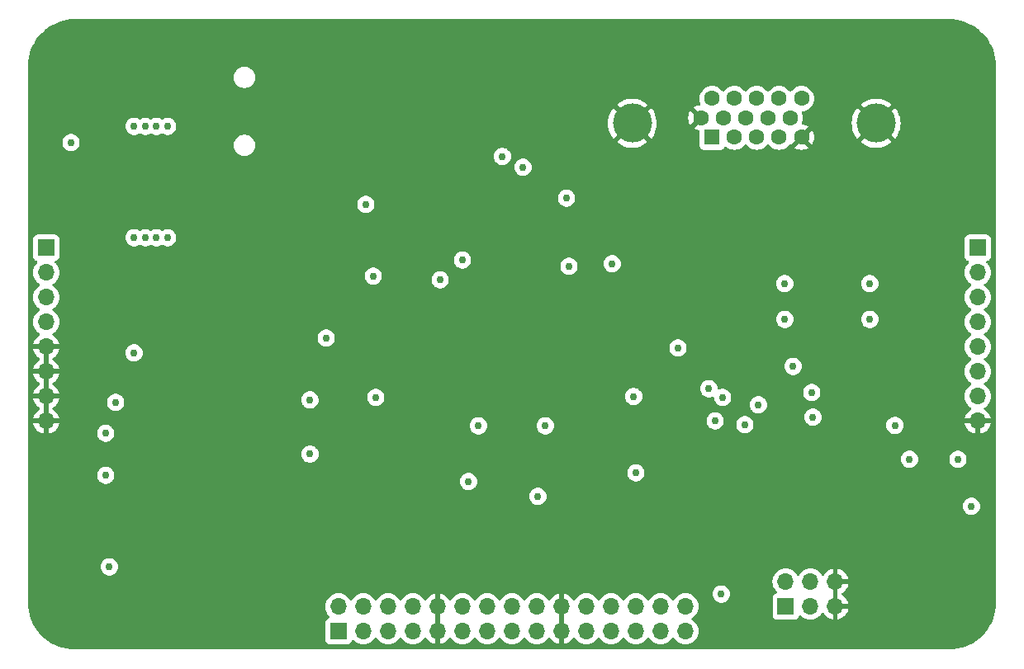
<source format=gbr>
%TF.GenerationSoftware,KiCad,Pcbnew,8.0.7*%
%TF.CreationDate,2025-01-22T16:06:57-05:00*%
%TF.ProjectId,vaudeo,76617564-656f-42e6-9b69-6361645f7063,rev?*%
%TF.SameCoordinates,Original*%
%TF.FileFunction,Copper,L2,Inr*%
%TF.FilePolarity,Positive*%
%FSLAX46Y46*%
G04 Gerber Fmt 4.6, Leading zero omitted, Abs format (unit mm)*
G04 Created by KiCad (PCBNEW 8.0.7) date 2025-01-22 16:06:57*
%MOMM*%
%LPD*%
G01*
G04 APERTURE LIST*
%TA.AperFunction,ComponentPad*%
%ADD10R,1.700000X1.700000*%
%TD*%
%TA.AperFunction,ComponentPad*%
%ADD11O,1.700000X1.700000*%
%TD*%
%TA.AperFunction,ComponentPad*%
%ADD12C,0.800000*%
%TD*%
%TA.AperFunction,ComponentPad*%
%ADD13C,6.400000*%
%TD*%
%TA.AperFunction,ComponentPad*%
%ADD14C,4.000000*%
%TD*%
%TA.AperFunction,ComponentPad*%
%ADD15R,1.600000X1.600000*%
%TD*%
%TA.AperFunction,ComponentPad*%
%ADD16C,1.600000*%
%TD*%
%TA.AperFunction,ViaPad*%
%ADD17C,0.762000*%
%TD*%
G04 APERTURE END LIST*
D10*
%TO.N,Net-(J6-Pin_1)*%
%TO.C,J6*%
X206756000Y-122174000D03*
D11*
%TO.N,Net-(J6-Pin_2)*%
X206756000Y-119634000D03*
%TO.N,CBSEL0*%
X209296000Y-122174000D03*
%TO.N,CBSEL1*%
X209296000Y-119634000D03*
%TO.N,GND*%
X211836000Y-122174000D03*
X211836000Y-119634000D03*
%TD*%
D12*
%TO.N,GND*%
%TO.C,H1*%
X131458000Y-66675000D03*
X132160944Y-64977944D03*
X132160944Y-68372056D03*
X133858000Y-64275000D03*
D13*
X133858000Y-66675000D03*
D12*
X133858000Y-69075000D03*
X135555056Y-64977944D03*
X135555056Y-68372056D03*
X136258000Y-66675000D03*
%TD*%
%TO.N,GND*%
%TO.C,H4*%
X131422269Y-121823926D03*
X132125213Y-120126870D03*
X132125213Y-123520982D03*
X133822269Y-119423926D03*
D13*
X133822269Y-121823926D03*
D12*
X133822269Y-124223926D03*
X135519325Y-120126870D03*
X135519325Y-123520982D03*
X136222269Y-121823926D03*
%TD*%
D10*
%TO.N,SDI*%
%TO.C,J3*%
X226441000Y-85359000D03*
D11*
%TO.N,SDO*%
X226441000Y-87899000D03*
%TO.N,SCK*%
X226441000Y-90439000D03*
%TO.N,~{FLASH_SEL}*%
X226441000Y-92979000D03*
%TO.N,~{FLASH_RESET}*%
X226441000Y-95519000D03*
%TO.N,~{CRESET}*%
X226441000Y-98059000D03*
%TO.N,CDONE*%
X226441000Y-100599000D03*
%TO.N,GND*%
X226441000Y-103139000D03*
%TD*%
D14*
%TO.N,GND*%
%TO.C,J2*%
X216021665Y-72579331D03*
X191021665Y-72579331D03*
D15*
%TO.N,/Video/VGA_RED*%
X199206665Y-73999331D03*
D16*
%TO.N,/Video/VGA_GRN*%
X201496665Y-73999331D03*
%TO.N,/Video/VGA_BLU*%
X203786665Y-73999331D03*
%TO.N,unconnected-(J2-Pad4)*%
X206076665Y-73999331D03*
%TO.N,GND*%
X208366665Y-73999331D03*
X198061665Y-72019331D03*
X200351665Y-72019331D03*
X202641665Y-72019331D03*
%TO.N,unconnected-(J2-Pad9)*%
X204931665Y-72019331D03*
%TO.N,GND*%
X207221665Y-72019331D03*
%TO.N,unconnected-(J2-Pad11)*%
X199206665Y-70039331D03*
%TO.N,unconnected-(J2-Pad12)*%
X201496665Y-70039331D03*
%TO.N,/Video/VGA_HSYNC*%
X203786665Y-70039331D03*
%TO.N,/Video/VGA_VSYNC*%
X206076665Y-70039331D03*
%TO.N,unconnected-(J2-Pad15)*%
X208366665Y-70039331D03*
%TD*%
D12*
%TO.N,GND*%
%TO.C,H3*%
X221120000Y-121793000D03*
X221822944Y-120095944D03*
X221822944Y-123490056D03*
X223520000Y-119393000D03*
D13*
X223520000Y-121793000D03*
D12*
X223520000Y-124193000D03*
X225217056Y-120095944D03*
X225217056Y-123490056D03*
X225920000Y-121793000D03*
%TD*%
D10*
%TO.N,+5V*%
%TO.C,J4*%
X130937000Y-85359000D03*
D11*
X130937000Y-87899000D03*
X130937000Y-90439000D03*
X130937000Y-92979000D03*
%TO.N,GND*%
X130937000Y-95519000D03*
X130937000Y-98059000D03*
X130937000Y-100599000D03*
X130937000Y-103139000D03*
%TD*%
D12*
%TO.N,GND*%
%TO.C,H2*%
X221120000Y-66675000D03*
X221822944Y-64977944D03*
X221822944Y-68372056D03*
X223520000Y-64275000D03*
D13*
X223520000Y-66675000D03*
D12*
X223520000Y-69075000D03*
X225217056Y-64977944D03*
X225217056Y-68372056D03*
X225920000Y-66675000D03*
%TD*%
D10*
%TO.N,DATA0*%
%TO.C,J5*%
X160909000Y-124714000D03*
D11*
%TO.N,CLK*%
X160909000Y-122174000D03*
%TO.N,DATA1*%
X163449000Y-124714000D03*
%TO.N,~{ENABLE}*%
X163449000Y-122174000D03*
%TO.N,DATA2*%
X165989000Y-124714000D03*
%TO.N,~{BYTE}{slash}WORD*%
X165989000Y-122174000D03*
%TO.N,DATA3*%
X168529000Y-124714000D03*
%TO.N,~{WRITE}{slash}READ*%
X168529000Y-122174000D03*
%TO.N,GND*%
X171069000Y-124714000D03*
X171069000Y-122174000D03*
%TO.N,DATA4*%
X173609000Y-124714000D03*
%TO.N,ADDR0*%
X173609000Y-122174000D03*
%TO.N,DATA5*%
X176149000Y-124714000D03*
%TO.N,ADDR1*%
X176149000Y-122174000D03*
%TO.N,DATA6*%
X178689000Y-124714000D03*
%TO.N,ADDR2*%
X178689000Y-122174000D03*
%TO.N,DATA7*%
X181229000Y-124714000D03*
%TO.N,ADDR3*%
X181229000Y-122174000D03*
%TO.N,GND*%
X183769000Y-124714000D03*
X183769000Y-122174000D03*
%TO.N,DATA8*%
X186309000Y-124714000D03*
%TO.N,ADDR4*%
X186309000Y-122174000D03*
%TO.N,DATA9*%
X188849000Y-124714000D03*
%TO.N,ADDR5*%
X188849000Y-122174000D03*
%TO.N,DATA10*%
X191389000Y-124714000D03*
%TO.N,DATA15*%
X191389000Y-122174000D03*
%TO.N,DATA11*%
X193929000Y-124714000D03*
%TO.N,DATA14*%
X193929000Y-122174000D03*
%TO.N,DATA12*%
X196469000Y-124714000D03*
%TO.N,DATA13*%
X196469000Y-122174000D03*
%TD*%
D17*
%TO.N,GND*%
X180721000Y-83312000D03*
X141605000Y-78105000D03*
X191163377Y-81632623D03*
X170815000Y-99314000D03*
X204216000Y-94996000D03*
X155448000Y-118999000D03*
X197104000Y-99314000D03*
X136779000Y-96393000D03*
X171196000Y-110490000D03*
X174018377Y-74577377D03*
X156591000Y-109601000D03*
X143002000Y-88138000D03*
X217948000Y-100660000D03*
X192687377Y-104168377D03*
X145288000Y-66802000D03*
X168402000Y-78994000D03*
X170180000Y-89662000D03*
X136779000Y-100838000D03*
X133731000Y-76835000D03*
X184883623Y-112239623D03*
X187452000Y-78740000D03*
X167064098Y-92637319D03*
X183515000Y-75565000D03*
X135575000Y-75631000D03*
X135509000Y-86918800D03*
X155462000Y-97931000D03*
X167386000Y-96012000D03*
X170053000Y-98679000D03*
X162052000Y-101219000D03*
X192687377Y-83918623D03*
X136906000Y-101981000D03*
X141224000Y-120777000D03*
X169799000Y-109093000D03*
X155575000Y-104267000D03*
X163068000Y-84709000D03*
X165100000Y-64643000D03*
X165100000Y-70739000D03*
X190246000Y-95377000D03*
X186690000Y-99060000D03*
X157988000Y-99673500D03*
X136906000Y-106426000D03*
X140462000Y-78486000D03*
X187734377Y-109502377D03*
X186690000Y-89408000D03*
X165100000Y-68707000D03*
%TO.N,+1V2*%
X177701377Y-75974377D03*
X184531000Y-87249000D03*
X141097000Y-84328000D03*
X181356000Y-110871000D03*
X139954000Y-84328000D03*
X191389000Y-108458000D03*
X175260000Y-103632000D03*
X142240000Y-84328000D03*
X143383000Y-84328000D03*
X163703000Y-80899000D03*
%TO.N,+3V3*%
X207518000Y-97536000D03*
X157988000Y-100965000D03*
X225806000Y-111887000D03*
X173609000Y-86614000D03*
X164719000Y-100711000D03*
X217948000Y-103581000D03*
X188976000Y-86995000D03*
X182118000Y-103632000D03*
X202565000Y-103505000D03*
X164465000Y-88265000D03*
X133477000Y-74549000D03*
X215376000Y-89027000D03*
X215376000Y-92710000D03*
X157988000Y-106531500D03*
X174244000Y-109347000D03*
X139954000Y-96139000D03*
X138049000Y-101209500D03*
X137033000Y-108712000D03*
X137033000Y-104394000D03*
X191163377Y-100612377D03*
X139954000Y-72898000D03*
X142240000Y-72898000D03*
X141097000Y-72898000D03*
X179832000Y-77089000D03*
X224409000Y-107061000D03*
X184277000Y-80264000D03*
X200152000Y-120904000D03*
X206656250Y-89027000D03*
X206656250Y-92710000D03*
X137414000Y-118110000D03*
X195707000Y-95631000D03*
X143383000Y-72898000D03*
%TO.N,SCK*%
X200279000Y-100711000D03*
X203962000Y-101473000D03*
%TO.N,~{FLASH_SEL}*%
X199517000Y-103124000D03*
X198882000Y-99822000D03*
%TO.N,~{FLASH_RESET}*%
X219456000Y-107061000D03*
X209550000Y-102743000D03*
%TO.N,SDI*%
X209423000Y-100203000D03*
%TO.N,SDRAM_CLK*%
X159639000Y-94615000D03*
X171323000Y-88646000D03*
%TD*%
%TA.AperFunction,Conductor*%
%TO.N,GND*%
G36*
X171319000Y-124280988D02*
G01*
X171261993Y-124248075D01*
X171134826Y-124214000D01*
X171003174Y-124214000D01*
X170876007Y-124248075D01*
X170819000Y-124280988D01*
X170819000Y-122607012D01*
X170876007Y-122639925D01*
X171003174Y-122674000D01*
X171134826Y-122674000D01*
X171261993Y-122639925D01*
X171319000Y-122607012D01*
X171319000Y-124280988D01*
G37*
%TD.AperFunction*%
%TA.AperFunction,Conductor*%
G36*
X184019000Y-124280988D02*
G01*
X183961993Y-124248075D01*
X183834826Y-124214000D01*
X183703174Y-124214000D01*
X183576007Y-124248075D01*
X183519000Y-124280988D01*
X183519000Y-122607012D01*
X183576007Y-122639925D01*
X183703174Y-122674000D01*
X183834826Y-122674000D01*
X183961993Y-122639925D01*
X184019000Y-122607012D01*
X184019000Y-124280988D01*
G37*
%TD.AperFunction*%
%TA.AperFunction,Conductor*%
G36*
X212086000Y-121740988D02*
G01*
X212028993Y-121708075D01*
X211901826Y-121674000D01*
X211770174Y-121674000D01*
X211643007Y-121708075D01*
X211586000Y-121740988D01*
X211586000Y-120067012D01*
X211643007Y-120099925D01*
X211770174Y-120134000D01*
X211901826Y-120134000D01*
X212028993Y-120099925D01*
X212086000Y-120067012D01*
X212086000Y-121740988D01*
G37*
%TD.AperFunction*%
%TA.AperFunction,Conductor*%
G36*
X131187000Y-102705988D02*
G01*
X131129993Y-102673075D01*
X131002826Y-102639000D01*
X130871174Y-102639000D01*
X130744007Y-102673075D01*
X130687000Y-102705988D01*
X130687000Y-101032012D01*
X130744007Y-101064925D01*
X130871174Y-101099000D01*
X131002826Y-101099000D01*
X131129993Y-101064925D01*
X131187000Y-101032012D01*
X131187000Y-102705988D01*
G37*
%TD.AperFunction*%
%TA.AperFunction,Conductor*%
G36*
X131187000Y-100165988D02*
G01*
X131129993Y-100133075D01*
X131002826Y-100099000D01*
X130871174Y-100099000D01*
X130744007Y-100133075D01*
X130687000Y-100165988D01*
X130687000Y-98492012D01*
X130744007Y-98524925D01*
X130871174Y-98559000D01*
X131002826Y-98559000D01*
X131129993Y-98524925D01*
X131187000Y-98492012D01*
X131187000Y-100165988D01*
G37*
%TD.AperFunction*%
%TA.AperFunction,Conductor*%
G36*
X131187000Y-97625988D02*
G01*
X131129993Y-97593075D01*
X131002826Y-97559000D01*
X130871174Y-97559000D01*
X130744007Y-97593075D01*
X130687000Y-97625988D01*
X130687000Y-95952012D01*
X130744007Y-95984925D01*
X130871174Y-96019000D01*
X131002826Y-96019000D01*
X131129993Y-95984925D01*
X131187000Y-95952012D01*
X131187000Y-97625988D01*
G37*
%TD.AperFunction*%
%TA.AperFunction,Conductor*%
G36*
X223522702Y-61895618D02*
G01*
X223536499Y-61896220D01*
X223931173Y-61913451D01*
X223941910Y-61914391D01*
X224344584Y-61967404D01*
X224355222Y-61969279D01*
X224751749Y-62057188D01*
X224762189Y-62059986D01*
X225149530Y-62182113D01*
X225159676Y-62185806D01*
X225534911Y-62341234D01*
X225544702Y-62345800D01*
X225904942Y-62533329D01*
X225914310Y-62538737D01*
X226256840Y-62756952D01*
X226265699Y-62763155D01*
X226587909Y-63010396D01*
X226596195Y-63017350D01*
X226895624Y-63291726D01*
X226903273Y-63299375D01*
X227177649Y-63598804D01*
X227184603Y-63607090D01*
X227431842Y-63929297D01*
X227438047Y-63938159D01*
X227656262Y-64280689D01*
X227661670Y-64290057D01*
X227849196Y-64650290D01*
X227853768Y-64660094D01*
X228009189Y-65035313D01*
X228012889Y-65045479D01*
X228135012Y-65432806D01*
X228137812Y-65443254D01*
X228225718Y-65839769D01*
X228227596Y-65850423D01*
X228280606Y-66253069D01*
X228281549Y-66263845D01*
X228299382Y-66672297D01*
X228299500Y-66677706D01*
X228299500Y-121790293D01*
X228299382Y-121795702D01*
X228281549Y-122204154D01*
X228280606Y-122214930D01*
X228227596Y-122617576D01*
X228225718Y-122628230D01*
X228137812Y-123024745D01*
X228135012Y-123035193D01*
X228012889Y-123422520D01*
X228009189Y-123432686D01*
X227853768Y-123807905D01*
X227849196Y-123817709D01*
X227661670Y-124177942D01*
X227656262Y-124187310D01*
X227438047Y-124529840D01*
X227431842Y-124538702D01*
X227184603Y-124860909D01*
X227177649Y-124869195D01*
X226903273Y-125168624D01*
X226895624Y-125176273D01*
X226596195Y-125450649D01*
X226587909Y-125457603D01*
X226265702Y-125704842D01*
X226256840Y-125711047D01*
X225914310Y-125929262D01*
X225904942Y-125934670D01*
X225544709Y-126122196D01*
X225534905Y-126126768D01*
X225159686Y-126282189D01*
X225149520Y-126285889D01*
X224762193Y-126408012D01*
X224751745Y-126410812D01*
X224355230Y-126498718D01*
X224344576Y-126500596D01*
X223941930Y-126553606D01*
X223931154Y-126554549D01*
X223522703Y-126572382D01*
X223517294Y-126572500D01*
X133860706Y-126572500D01*
X133855297Y-126572382D01*
X133446845Y-126554549D01*
X133436069Y-126553606D01*
X133033423Y-126500596D01*
X133022769Y-126498718D01*
X132626254Y-126410812D01*
X132615806Y-126408012D01*
X132228479Y-126285889D01*
X132218313Y-126282189D01*
X131843094Y-126126768D01*
X131833290Y-126122196D01*
X131473057Y-125934670D01*
X131463689Y-125929262D01*
X131121159Y-125711047D01*
X131112297Y-125704842D01*
X130790090Y-125457603D01*
X130781804Y-125450649D01*
X130482375Y-125176273D01*
X130474726Y-125168624D01*
X130200350Y-124869195D01*
X130193396Y-124860909D01*
X129946157Y-124538702D01*
X129939952Y-124529840D01*
X129760448Y-124248075D01*
X129721736Y-124187309D01*
X129716329Y-124177942D01*
X129706009Y-124158118D01*
X129528800Y-123817702D01*
X129524231Y-123807905D01*
X129519892Y-123797430D01*
X129368806Y-123432676D01*
X129365110Y-123422520D01*
X129364788Y-123421500D01*
X129242986Y-123035189D01*
X129240187Y-123024745D01*
X129152279Y-122628222D01*
X129150403Y-122617576D01*
X129144679Y-122574099D01*
X129097391Y-122214910D01*
X129096451Y-122204173D01*
X129095134Y-122173999D01*
X159553341Y-122173999D01*
X159553341Y-122174000D01*
X159573936Y-122409403D01*
X159573938Y-122409413D01*
X159635094Y-122637655D01*
X159635096Y-122637659D01*
X159635097Y-122637663D01*
X159714801Y-122808588D01*
X159734965Y-122851830D01*
X159734967Y-122851834D01*
X159767367Y-122898105D01*
X159870504Y-123045400D01*
X159870506Y-123045402D01*
X159992430Y-123167326D01*
X160025915Y-123228649D01*
X160020931Y-123298341D01*
X159979059Y-123354274D01*
X159948083Y-123371189D01*
X159816669Y-123420203D01*
X159816664Y-123420206D01*
X159701455Y-123506452D01*
X159701452Y-123506455D01*
X159615206Y-123621664D01*
X159615202Y-123621671D01*
X159564908Y-123756517D01*
X159558501Y-123816116D01*
X159558500Y-123816135D01*
X159558500Y-125611870D01*
X159558501Y-125611876D01*
X159564908Y-125671483D01*
X159615202Y-125806328D01*
X159615206Y-125806335D01*
X159701452Y-125921544D01*
X159701455Y-125921547D01*
X159816664Y-126007793D01*
X159816671Y-126007797D01*
X159951517Y-126058091D01*
X159951516Y-126058091D01*
X159958444Y-126058835D01*
X160011127Y-126064500D01*
X161806872Y-126064499D01*
X161866483Y-126058091D01*
X162001331Y-126007796D01*
X162116546Y-125921546D01*
X162202796Y-125806331D01*
X162251810Y-125674916D01*
X162293681Y-125618984D01*
X162359145Y-125594566D01*
X162427418Y-125609417D01*
X162455673Y-125630569D01*
X162577599Y-125752495D01*
X162674384Y-125820265D01*
X162771165Y-125888032D01*
X162771167Y-125888033D01*
X162771170Y-125888035D01*
X162985337Y-125987903D01*
X163213592Y-126049063D01*
X163390034Y-126064500D01*
X163448999Y-126069659D01*
X163449000Y-126069659D01*
X163449001Y-126069659D01*
X163507966Y-126064500D01*
X163684408Y-126049063D01*
X163912663Y-125987903D01*
X164126830Y-125888035D01*
X164320401Y-125752495D01*
X164487495Y-125585401D01*
X164617425Y-125399842D01*
X164672002Y-125356217D01*
X164741500Y-125349023D01*
X164803855Y-125380546D01*
X164820575Y-125399842D01*
X164950500Y-125585395D01*
X164950505Y-125585401D01*
X165117599Y-125752495D01*
X165214384Y-125820265D01*
X165311165Y-125888032D01*
X165311167Y-125888033D01*
X165311170Y-125888035D01*
X165525337Y-125987903D01*
X165753592Y-126049063D01*
X165930034Y-126064500D01*
X165988999Y-126069659D01*
X165989000Y-126069659D01*
X165989001Y-126069659D01*
X166047966Y-126064500D01*
X166224408Y-126049063D01*
X166452663Y-125987903D01*
X166666830Y-125888035D01*
X166860401Y-125752495D01*
X167027495Y-125585401D01*
X167157425Y-125399842D01*
X167212002Y-125356217D01*
X167281500Y-125349023D01*
X167343855Y-125380546D01*
X167360575Y-125399842D01*
X167490500Y-125585395D01*
X167490505Y-125585401D01*
X167657599Y-125752495D01*
X167754384Y-125820265D01*
X167851165Y-125888032D01*
X167851167Y-125888033D01*
X167851170Y-125888035D01*
X168065337Y-125987903D01*
X168293592Y-126049063D01*
X168470034Y-126064500D01*
X168528999Y-126069659D01*
X168529000Y-126069659D01*
X168529001Y-126069659D01*
X168587966Y-126064500D01*
X168764408Y-126049063D01*
X168992663Y-125987903D01*
X169206830Y-125888035D01*
X169400401Y-125752495D01*
X169567495Y-125585401D01*
X169697730Y-125399405D01*
X169752307Y-125355781D01*
X169821805Y-125348587D01*
X169884160Y-125380110D01*
X169900879Y-125399405D01*
X170030890Y-125585078D01*
X170197917Y-125752105D01*
X170391421Y-125887600D01*
X170605507Y-125987429D01*
X170605516Y-125987433D01*
X170819000Y-126044634D01*
X170819000Y-125147012D01*
X170876007Y-125179925D01*
X171003174Y-125214000D01*
X171134826Y-125214000D01*
X171261993Y-125179925D01*
X171319000Y-125147012D01*
X171319000Y-126044634D01*
X171532483Y-125987433D01*
X171532492Y-125987429D01*
X171746578Y-125887600D01*
X171940082Y-125752105D01*
X172107105Y-125585082D01*
X172237119Y-125399405D01*
X172291696Y-125355781D01*
X172361195Y-125348588D01*
X172423549Y-125380110D01*
X172440269Y-125399405D01*
X172570505Y-125585401D01*
X172737599Y-125752495D01*
X172834384Y-125820265D01*
X172931165Y-125888032D01*
X172931167Y-125888033D01*
X172931170Y-125888035D01*
X173145337Y-125987903D01*
X173373592Y-126049063D01*
X173550034Y-126064500D01*
X173608999Y-126069659D01*
X173609000Y-126069659D01*
X173609001Y-126069659D01*
X173667966Y-126064500D01*
X173844408Y-126049063D01*
X174072663Y-125987903D01*
X174286830Y-125888035D01*
X174480401Y-125752495D01*
X174647495Y-125585401D01*
X174777425Y-125399842D01*
X174832002Y-125356217D01*
X174901500Y-125349023D01*
X174963855Y-125380546D01*
X174980575Y-125399842D01*
X175110500Y-125585395D01*
X175110505Y-125585401D01*
X175277599Y-125752495D01*
X175374384Y-125820265D01*
X175471165Y-125888032D01*
X175471167Y-125888033D01*
X175471170Y-125888035D01*
X175685337Y-125987903D01*
X175913592Y-126049063D01*
X176090034Y-126064500D01*
X176148999Y-126069659D01*
X176149000Y-126069659D01*
X176149001Y-126069659D01*
X176207966Y-126064500D01*
X176384408Y-126049063D01*
X176612663Y-125987903D01*
X176826830Y-125888035D01*
X177020401Y-125752495D01*
X177187495Y-125585401D01*
X177317425Y-125399842D01*
X177372002Y-125356217D01*
X177441500Y-125349023D01*
X177503855Y-125380546D01*
X177520575Y-125399842D01*
X177650500Y-125585395D01*
X177650505Y-125585401D01*
X177817599Y-125752495D01*
X177914384Y-125820265D01*
X178011165Y-125888032D01*
X178011167Y-125888033D01*
X178011170Y-125888035D01*
X178225337Y-125987903D01*
X178453592Y-126049063D01*
X178630034Y-126064500D01*
X178688999Y-126069659D01*
X178689000Y-126069659D01*
X178689001Y-126069659D01*
X178747966Y-126064500D01*
X178924408Y-126049063D01*
X179152663Y-125987903D01*
X179366830Y-125888035D01*
X179560401Y-125752495D01*
X179727495Y-125585401D01*
X179857425Y-125399842D01*
X179912002Y-125356217D01*
X179981500Y-125349023D01*
X180043855Y-125380546D01*
X180060575Y-125399842D01*
X180190500Y-125585395D01*
X180190505Y-125585401D01*
X180357599Y-125752495D01*
X180454384Y-125820265D01*
X180551165Y-125888032D01*
X180551167Y-125888033D01*
X180551170Y-125888035D01*
X180765337Y-125987903D01*
X180993592Y-126049063D01*
X181170034Y-126064500D01*
X181228999Y-126069659D01*
X181229000Y-126069659D01*
X181229001Y-126069659D01*
X181287966Y-126064500D01*
X181464408Y-126049063D01*
X181692663Y-125987903D01*
X181906830Y-125888035D01*
X182100401Y-125752495D01*
X182267495Y-125585401D01*
X182397730Y-125399405D01*
X182452307Y-125355781D01*
X182521805Y-125348587D01*
X182584160Y-125380110D01*
X182600879Y-125399405D01*
X182730890Y-125585078D01*
X182897917Y-125752105D01*
X183091421Y-125887600D01*
X183305507Y-125987429D01*
X183305516Y-125987433D01*
X183519000Y-126044634D01*
X183519000Y-125147012D01*
X183576007Y-125179925D01*
X183703174Y-125214000D01*
X183834826Y-125214000D01*
X183961993Y-125179925D01*
X184019000Y-125147012D01*
X184019000Y-126044634D01*
X184232483Y-125987433D01*
X184232492Y-125987429D01*
X184446578Y-125887600D01*
X184640082Y-125752105D01*
X184807105Y-125585082D01*
X184937119Y-125399405D01*
X184991696Y-125355781D01*
X185061195Y-125348588D01*
X185123549Y-125380110D01*
X185140269Y-125399405D01*
X185270505Y-125585401D01*
X185437599Y-125752495D01*
X185534384Y-125820265D01*
X185631165Y-125888032D01*
X185631167Y-125888033D01*
X185631170Y-125888035D01*
X185845337Y-125987903D01*
X186073592Y-126049063D01*
X186250034Y-126064500D01*
X186308999Y-126069659D01*
X186309000Y-126069659D01*
X186309001Y-126069659D01*
X186367966Y-126064500D01*
X186544408Y-126049063D01*
X186772663Y-125987903D01*
X186986830Y-125888035D01*
X187180401Y-125752495D01*
X187347495Y-125585401D01*
X187477425Y-125399842D01*
X187532002Y-125356217D01*
X187601500Y-125349023D01*
X187663855Y-125380546D01*
X187680575Y-125399842D01*
X187810500Y-125585395D01*
X187810505Y-125585401D01*
X187977599Y-125752495D01*
X188074384Y-125820265D01*
X188171165Y-125888032D01*
X188171167Y-125888033D01*
X188171170Y-125888035D01*
X188385337Y-125987903D01*
X188613592Y-126049063D01*
X188790034Y-126064500D01*
X188848999Y-126069659D01*
X188849000Y-126069659D01*
X188849001Y-126069659D01*
X188907966Y-126064500D01*
X189084408Y-126049063D01*
X189312663Y-125987903D01*
X189526830Y-125888035D01*
X189720401Y-125752495D01*
X189887495Y-125585401D01*
X190017425Y-125399842D01*
X190072002Y-125356217D01*
X190141500Y-125349023D01*
X190203855Y-125380546D01*
X190220575Y-125399842D01*
X190350500Y-125585395D01*
X190350505Y-125585401D01*
X190517599Y-125752495D01*
X190614384Y-125820265D01*
X190711165Y-125888032D01*
X190711167Y-125888033D01*
X190711170Y-125888035D01*
X190925337Y-125987903D01*
X191153592Y-126049063D01*
X191330034Y-126064500D01*
X191388999Y-126069659D01*
X191389000Y-126069659D01*
X191389001Y-126069659D01*
X191447966Y-126064500D01*
X191624408Y-126049063D01*
X191852663Y-125987903D01*
X192066830Y-125888035D01*
X192260401Y-125752495D01*
X192427495Y-125585401D01*
X192557425Y-125399842D01*
X192612002Y-125356217D01*
X192681500Y-125349023D01*
X192743855Y-125380546D01*
X192760575Y-125399842D01*
X192890500Y-125585395D01*
X192890505Y-125585401D01*
X193057599Y-125752495D01*
X193154384Y-125820265D01*
X193251165Y-125888032D01*
X193251167Y-125888033D01*
X193251170Y-125888035D01*
X193465337Y-125987903D01*
X193693592Y-126049063D01*
X193870034Y-126064500D01*
X193928999Y-126069659D01*
X193929000Y-126069659D01*
X193929001Y-126069659D01*
X193987966Y-126064500D01*
X194164408Y-126049063D01*
X194392663Y-125987903D01*
X194606830Y-125888035D01*
X194800401Y-125752495D01*
X194967495Y-125585401D01*
X195097425Y-125399842D01*
X195152002Y-125356217D01*
X195221500Y-125349023D01*
X195283855Y-125380546D01*
X195300575Y-125399842D01*
X195430500Y-125585395D01*
X195430505Y-125585401D01*
X195597599Y-125752495D01*
X195694384Y-125820265D01*
X195791165Y-125888032D01*
X195791167Y-125888033D01*
X195791170Y-125888035D01*
X196005337Y-125987903D01*
X196233592Y-126049063D01*
X196410034Y-126064500D01*
X196468999Y-126069659D01*
X196469000Y-126069659D01*
X196469001Y-126069659D01*
X196527966Y-126064500D01*
X196704408Y-126049063D01*
X196932663Y-125987903D01*
X197146830Y-125888035D01*
X197340401Y-125752495D01*
X197507495Y-125585401D01*
X197643035Y-125391830D01*
X197742903Y-125177663D01*
X197804063Y-124949408D01*
X197824659Y-124714000D01*
X197804063Y-124478592D01*
X197742903Y-124250337D01*
X197643035Y-124036171D01*
X197637731Y-124028595D01*
X197507494Y-123842597D01*
X197340402Y-123675506D01*
X197340396Y-123675501D01*
X197154842Y-123545575D01*
X197111217Y-123490998D01*
X197104023Y-123421500D01*
X197135546Y-123359145D01*
X197154842Y-123342425D01*
X197217800Y-123298341D01*
X197340401Y-123212495D01*
X197507495Y-123045401D01*
X197643035Y-122851830D01*
X197742903Y-122637663D01*
X197804063Y-122409408D01*
X197824659Y-122174000D01*
X197804063Y-121938592D01*
X197752720Y-121746975D01*
X197742905Y-121710344D01*
X197742904Y-121710343D01*
X197742903Y-121710337D01*
X197643035Y-121496171D01*
X197637731Y-121488595D01*
X197507494Y-121302597D01*
X197340402Y-121135506D01*
X197340395Y-121135501D01*
X197146834Y-120999967D01*
X197146830Y-120999965D01*
X197123007Y-120988856D01*
X196941033Y-120904000D01*
X199265644Y-120904000D01*
X199285013Y-121088286D01*
X199285014Y-121088288D01*
X199342274Y-121264514D01*
X199415343Y-121391074D01*
X199434923Y-121424987D01*
X199478112Y-121472954D01*
X199558906Y-121562686D01*
X199558909Y-121562688D01*
X199558912Y-121562691D01*
X199708822Y-121671607D01*
X199878095Y-121746973D01*
X199878098Y-121746973D01*
X199878101Y-121746975D01*
X200059351Y-121785500D01*
X200244649Y-121785500D01*
X200425899Y-121746975D01*
X200425902Y-121746973D01*
X200425904Y-121746973D01*
X200508189Y-121710337D01*
X200595178Y-121671607D01*
X200745088Y-121562691D01*
X200766049Y-121539412D01*
X200794431Y-121507890D01*
X200869077Y-121424987D01*
X200961726Y-121264513D01*
X201018987Y-121088284D01*
X201038356Y-120904000D01*
X201018987Y-120719716D01*
X200961726Y-120543487D01*
X200869077Y-120383013D01*
X200811804Y-120319405D01*
X200745093Y-120245313D01*
X200745090Y-120245311D01*
X200745089Y-120245310D01*
X200745088Y-120245309D01*
X200595178Y-120136393D01*
X200595177Y-120136392D01*
X200425904Y-120061026D01*
X200425896Y-120061024D01*
X200244649Y-120022500D01*
X200059351Y-120022500D01*
X199878103Y-120061024D01*
X199878095Y-120061026D01*
X199708822Y-120136392D01*
X199558909Y-120245311D01*
X199558906Y-120245313D01*
X199434922Y-120383014D01*
X199342274Y-120543485D01*
X199285014Y-120719711D01*
X199285013Y-120719713D01*
X199265644Y-120904000D01*
X196941033Y-120904000D01*
X196932663Y-120900097D01*
X196932659Y-120900096D01*
X196932655Y-120900094D01*
X196704413Y-120838938D01*
X196704403Y-120838936D01*
X196469001Y-120818341D01*
X196468999Y-120818341D01*
X196233596Y-120838936D01*
X196233586Y-120838938D01*
X196005344Y-120900094D01*
X196005335Y-120900098D01*
X195791171Y-120999964D01*
X195791169Y-120999965D01*
X195597597Y-121135505D01*
X195430505Y-121302597D01*
X195300575Y-121488158D01*
X195245998Y-121531783D01*
X195176500Y-121538977D01*
X195114145Y-121507454D01*
X195097425Y-121488158D01*
X194967494Y-121302597D01*
X194800402Y-121135506D01*
X194800395Y-121135501D01*
X194606834Y-120999967D01*
X194606830Y-120999965D01*
X194583007Y-120988856D01*
X194392663Y-120900097D01*
X194392659Y-120900096D01*
X194392655Y-120900094D01*
X194164413Y-120838938D01*
X194164403Y-120838936D01*
X193929001Y-120818341D01*
X193928999Y-120818341D01*
X193693596Y-120838936D01*
X193693586Y-120838938D01*
X193465344Y-120900094D01*
X193465335Y-120900098D01*
X193251171Y-120999964D01*
X193251169Y-120999965D01*
X193057597Y-121135505D01*
X192890505Y-121302597D01*
X192760575Y-121488158D01*
X192705998Y-121531783D01*
X192636500Y-121538977D01*
X192574145Y-121507454D01*
X192557425Y-121488158D01*
X192427494Y-121302597D01*
X192260402Y-121135506D01*
X192260395Y-121135501D01*
X192066834Y-120999967D01*
X192066830Y-120999965D01*
X192043007Y-120988856D01*
X191852663Y-120900097D01*
X191852659Y-120900096D01*
X191852655Y-120900094D01*
X191624413Y-120838938D01*
X191624403Y-120838936D01*
X191389001Y-120818341D01*
X191388999Y-120818341D01*
X191153596Y-120838936D01*
X191153586Y-120838938D01*
X190925344Y-120900094D01*
X190925335Y-120900098D01*
X190711171Y-120999964D01*
X190711169Y-120999965D01*
X190517597Y-121135505D01*
X190350505Y-121302597D01*
X190220575Y-121488158D01*
X190165998Y-121531783D01*
X190096500Y-121538977D01*
X190034145Y-121507454D01*
X190017425Y-121488158D01*
X189887494Y-121302597D01*
X189720402Y-121135506D01*
X189720395Y-121135501D01*
X189526834Y-120999967D01*
X189526830Y-120999965D01*
X189503007Y-120988856D01*
X189312663Y-120900097D01*
X189312659Y-120900096D01*
X189312655Y-120900094D01*
X189084413Y-120838938D01*
X189084403Y-120838936D01*
X188849001Y-120818341D01*
X188848999Y-120818341D01*
X188613596Y-120838936D01*
X188613586Y-120838938D01*
X188385344Y-120900094D01*
X188385335Y-120900098D01*
X188171171Y-120999964D01*
X188171169Y-120999965D01*
X187977597Y-121135505D01*
X187810505Y-121302597D01*
X187680575Y-121488158D01*
X187625998Y-121531783D01*
X187556500Y-121538977D01*
X187494145Y-121507454D01*
X187477425Y-121488158D01*
X187347494Y-121302597D01*
X187180402Y-121135506D01*
X187180395Y-121135501D01*
X186986834Y-120999967D01*
X186986830Y-120999965D01*
X186963007Y-120988856D01*
X186772663Y-120900097D01*
X186772659Y-120900096D01*
X186772655Y-120900094D01*
X186544413Y-120838938D01*
X186544403Y-120838936D01*
X186309001Y-120818341D01*
X186308999Y-120818341D01*
X186073596Y-120838936D01*
X186073586Y-120838938D01*
X185845344Y-120900094D01*
X185845335Y-120900098D01*
X185631171Y-120999964D01*
X185631169Y-120999965D01*
X185437597Y-121135505D01*
X185270508Y-121302594D01*
X185140269Y-121488595D01*
X185085692Y-121532219D01*
X185016193Y-121539412D01*
X184953839Y-121507890D01*
X184937119Y-121488594D01*
X184807113Y-121302926D01*
X184807108Y-121302920D01*
X184640082Y-121135894D01*
X184446578Y-121000399D01*
X184232492Y-120900570D01*
X184232486Y-120900567D01*
X184019000Y-120843364D01*
X184019000Y-121740988D01*
X183961993Y-121708075D01*
X183834826Y-121674000D01*
X183703174Y-121674000D01*
X183576007Y-121708075D01*
X183519000Y-121740988D01*
X183519000Y-120843364D01*
X183518999Y-120843364D01*
X183305513Y-120900567D01*
X183305507Y-120900570D01*
X183091422Y-121000399D01*
X183091420Y-121000400D01*
X182897926Y-121135886D01*
X182897920Y-121135891D01*
X182730891Y-121302920D01*
X182730890Y-121302922D01*
X182600880Y-121488595D01*
X182546303Y-121532219D01*
X182476804Y-121539412D01*
X182414450Y-121507890D01*
X182397730Y-121488594D01*
X182267494Y-121302597D01*
X182100402Y-121135506D01*
X182100395Y-121135501D01*
X181906834Y-120999967D01*
X181906830Y-120999965D01*
X181883007Y-120988856D01*
X181692663Y-120900097D01*
X181692659Y-120900096D01*
X181692655Y-120900094D01*
X181464413Y-120838938D01*
X181464403Y-120838936D01*
X181229001Y-120818341D01*
X181228999Y-120818341D01*
X180993596Y-120838936D01*
X180993586Y-120838938D01*
X180765344Y-120900094D01*
X180765335Y-120900098D01*
X180551171Y-120999964D01*
X180551169Y-120999965D01*
X180357597Y-121135505D01*
X180190505Y-121302597D01*
X180060575Y-121488158D01*
X180005998Y-121531783D01*
X179936500Y-121538977D01*
X179874145Y-121507454D01*
X179857425Y-121488158D01*
X179727494Y-121302597D01*
X179560402Y-121135506D01*
X179560395Y-121135501D01*
X179366834Y-120999967D01*
X179366830Y-120999965D01*
X179343007Y-120988856D01*
X179152663Y-120900097D01*
X179152659Y-120900096D01*
X179152655Y-120900094D01*
X178924413Y-120838938D01*
X178924403Y-120838936D01*
X178689001Y-120818341D01*
X178688999Y-120818341D01*
X178453596Y-120838936D01*
X178453586Y-120838938D01*
X178225344Y-120900094D01*
X178225335Y-120900098D01*
X178011171Y-120999964D01*
X178011169Y-120999965D01*
X177817597Y-121135505D01*
X177650505Y-121302597D01*
X177520575Y-121488158D01*
X177465998Y-121531783D01*
X177396500Y-121538977D01*
X177334145Y-121507454D01*
X177317425Y-121488158D01*
X177187494Y-121302597D01*
X177020402Y-121135506D01*
X177020395Y-121135501D01*
X176826834Y-120999967D01*
X176826830Y-120999965D01*
X176803007Y-120988856D01*
X176612663Y-120900097D01*
X176612659Y-120900096D01*
X176612655Y-120900094D01*
X176384413Y-120838938D01*
X176384403Y-120838936D01*
X176149001Y-120818341D01*
X176148999Y-120818341D01*
X175913596Y-120838936D01*
X175913586Y-120838938D01*
X175685344Y-120900094D01*
X175685335Y-120900098D01*
X175471171Y-120999964D01*
X175471169Y-120999965D01*
X175277597Y-121135505D01*
X175110505Y-121302597D01*
X174980575Y-121488158D01*
X174925998Y-121531783D01*
X174856500Y-121538977D01*
X174794145Y-121507454D01*
X174777425Y-121488158D01*
X174647494Y-121302597D01*
X174480402Y-121135506D01*
X174480395Y-121135501D01*
X174286834Y-120999967D01*
X174286830Y-120999965D01*
X174263007Y-120988856D01*
X174072663Y-120900097D01*
X174072659Y-120900096D01*
X174072655Y-120900094D01*
X173844413Y-120838938D01*
X173844403Y-120838936D01*
X173609001Y-120818341D01*
X173608999Y-120818341D01*
X173373596Y-120838936D01*
X173373586Y-120838938D01*
X173145344Y-120900094D01*
X173145335Y-120900098D01*
X172931171Y-120999964D01*
X172931169Y-120999965D01*
X172737597Y-121135505D01*
X172570508Y-121302594D01*
X172440269Y-121488595D01*
X172385692Y-121532219D01*
X172316193Y-121539412D01*
X172253839Y-121507890D01*
X172237119Y-121488594D01*
X172107113Y-121302926D01*
X172107108Y-121302920D01*
X171940082Y-121135894D01*
X171746578Y-121000399D01*
X171532492Y-120900570D01*
X171532486Y-120900567D01*
X171319000Y-120843364D01*
X171319000Y-121740988D01*
X171261993Y-121708075D01*
X171134826Y-121674000D01*
X171003174Y-121674000D01*
X170876007Y-121708075D01*
X170819000Y-121740988D01*
X170819000Y-120843364D01*
X170818999Y-120843364D01*
X170605513Y-120900567D01*
X170605507Y-120900570D01*
X170391422Y-121000399D01*
X170391420Y-121000400D01*
X170197926Y-121135886D01*
X170197920Y-121135891D01*
X170030891Y-121302920D01*
X170030890Y-121302922D01*
X169900880Y-121488595D01*
X169846303Y-121532219D01*
X169776804Y-121539412D01*
X169714450Y-121507890D01*
X169697730Y-121488594D01*
X169567494Y-121302597D01*
X169400402Y-121135506D01*
X169400395Y-121135501D01*
X169206834Y-120999967D01*
X169206830Y-120999965D01*
X169183007Y-120988856D01*
X168992663Y-120900097D01*
X168992659Y-120900096D01*
X168992655Y-120900094D01*
X168764413Y-120838938D01*
X168764403Y-120838936D01*
X168529001Y-120818341D01*
X168528999Y-120818341D01*
X168293596Y-120838936D01*
X168293586Y-120838938D01*
X168065344Y-120900094D01*
X168065335Y-120900098D01*
X167851171Y-120999964D01*
X167851169Y-120999965D01*
X167657597Y-121135505D01*
X167490505Y-121302597D01*
X167360575Y-121488158D01*
X167305998Y-121531783D01*
X167236500Y-121538977D01*
X167174145Y-121507454D01*
X167157425Y-121488158D01*
X167027494Y-121302597D01*
X166860402Y-121135506D01*
X166860395Y-121135501D01*
X166666834Y-120999967D01*
X166666830Y-120999965D01*
X166643007Y-120988856D01*
X166452663Y-120900097D01*
X166452659Y-120900096D01*
X166452655Y-120900094D01*
X166224413Y-120838938D01*
X166224403Y-120838936D01*
X165989001Y-120818341D01*
X165988999Y-120818341D01*
X165753596Y-120838936D01*
X165753586Y-120838938D01*
X165525344Y-120900094D01*
X165525335Y-120900098D01*
X165311171Y-120999964D01*
X165311169Y-120999965D01*
X165117597Y-121135505D01*
X164950505Y-121302597D01*
X164820575Y-121488158D01*
X164765998Y-121531783D01*
X164696500Y-121538977D01*
X164634145Y-121507454D01*
X164617425Y-121488158D01*
X164487494Y-121302597D01*
X164320402Y-121135506D01*
X164320395Y-121135501D01*
X164126834Y-120999967D01*
X164126830Y-120999965D01*
X164103007Y-120988856D01*
X163912663Y-120900097D01*
X163912659Y-120900096D01*
X163912655Y-120900094D01*
X163684413Y-120838938D01*
X163684403Y-120838936D01*
X163449001Y-120818341D01*
X163448999Y-120818341D01*
X163213596Y-120838936D01*
X163213586Y-120838938D01*
X162985344Y-120900094D01*
X162985335Y-120900098D01*
X162771171Y-120999964D01*
X162771169Y-120999965D01*
X162577597Y-121135505D01*
X162410505Y-121302597D01*
X162280575Y-121488158D01*
X162225998Y-121531783D01*
X162156500Y-121538977D01*
X162094145Y-121507454D01*
X162077425Y-121488158D01*
X161947494Y-121302597D01*
X161780402Y-121135506D01*
X161780395Y-121135501D01*
X161586834Y-120999967D01*
X161586830Y-120999965D01*
X161563007Y-120988856D01*
X161372663Y-120900097D01*
X161372659Y-120900096D01*
X161372655Y-120900094D01*
X161144413Y-120838938D01*
X161144403Y-120838936D01*
X160909001Y-120818341D01*
X160908999Y-120818341D01*
X160673596Y-120838936D01*
X160673586Y-120838938D01*
X160445344Y-120900094D01*
X160445335Y-120900098D01*
X160231171Y-120999964D01*
X160231169Y-120999965D01*
X160037597Y-121135505D01*
X159870505Y-121302597D01*
X159734965Y-121496169D01*
X159734964Y-121496171D01*
X159635098Y-121710335D01*
X159635094Y-121710344D01*
X159573938Y-121938586D01*
X159573936Y-121938596D01*
X159553341Y-122173999D01*
X129095134Y-122173999D01*
X129078618Y-121795701D01*
X129078500Y-121790293D01*
X129078500Y-119633999D01*
X205400341Y-119633999D01*
X205400341Y-119634000D01*
X205420936Y-119869403D01*
X205420938Y-119869413D01*
X205482094Y-120097655D01*
X205482096Y-120097659D01*
X205482097Y-120097663D01*
X205562004Y-120269023D01*
X205581965Y-120311830D01*
X205581967Y-120311834D01*
X205690281Y-120466521D01*
X205717501Y-120505396D01*
X205717506Y-120505402D01*
X205839430Y-120627326D01*
X205872915Y-120688649D01*
X205867931Y-120758341D01*
X205826059Y-120814274D01*
X205795083Y-120831189D01*
X205663669Y-120880203D01*
X205663664Y-120880206D01*
X205548455Y-120966452D01*
X205548452Y-120966455D01*
X205462206Y-121081664D01*
X205462202Y-121081671D01*
X205411908Y-121216517D01*
X205405501Y-121276116D01*
X205405500Y-121276135D01*
X205405500Y-123071870D01*
X205405501Y-123071876D01*
X205411908Y-123131483D01*
X205462202Y-123266328D01*
X205462206Y-123266335D01*
X205548452Y-123381544D01*
X205548455Y-123381547D01*
X205663664Y-123467793D01*
X205663671Y-123467797D01*
X205798517Y-123518091D01*
X205798516Y-123518091D01*
X205805444Y-123518835D01*
X205858127Y-123524500D01*
X207653872Y-123524499D01*
X207713483Y-123518091D01*
X207848331Y-123467796D01*
X207963546Y-123381546D01*
X208049796Y-123266331D01*
X208098810Y-123134916D01*
X208140681Y-123078984D01*
X208206145Y-123054566D01*
X208274418Y-123069417D01*
X208302673Y-123090569D01*
X208424599Y-123212495D01*
X208521384Y-123280265D01*
X208618165Y-123348032D01*
X208618167Y-123348033D01*
X208618170Y-123348035D01*
X208832337Y-123447903D01*
X209060592Y-123509063D01*
X209237034Y-123524500D01*
X209295999Y-123529659D01*
X209296000Y-123529659D01*
X209296001Y-123529659D01*
X209354966Y-123524500D01*
X209531408Y-123509063D01*
X209759663Y-123447903D01*
X209973830Y-123348035D01*
X210167401Y-123212495D01*
X210334495Y-123045401D01*
X210464730Y-122859405D01*
X210519307Y-122815781D01*
X210588805Y-122808587D01*
X210651160Y-122840110D01*
X210667879Y-122859405D01*
X210797890Y-123045078D01*
X210964917Y-123212105D01*
X211158421Y-123347600D01*
X211372507Y-123447429D01*
X211372516Y-123447433D01*
X211586000Y-123504634D01*
X211586000Y-122607012D01*
X211643007Y-122639925D01*
X211770174Y-122674000D01*
X211901826Y-122674000D01*
X212028993Y-122639925D01*
X212086000Y-122607012D01*
X212086000Y-123504633D01*
X212299483Y-123447433D01*
X212299492Y-123447429D01*
X212513578Y-123347600D01*
X212707082Y-123212105D01*
X212874105Y-123045082D01*
X213009600Y-122851578D01*
X213109429Y-122637492D01*
X213109432Y-122637486D01*
X213166636Y-122424000D01*
X212269012Y-122424000D01*
X212301925Y-122366993D01*
X212336000Y-122239826D01*
X212336000Y-122108174D01*
X212301925Y-121981007D01*
X212269012Y-121924000D01*
X213166636Y-121924000D01*
X213166635Y-121923999D01*
X213109432Y-121710513D01*
X213109429Y-121710507D01*
X213009600Y-121496422D01*
X213009599Y-121496420D01*
X212874113Y-121302926D01*
X212874108Y-121302920D01*
X212707082Y-121135894D01*
X212520968Y-121005575D01*
X212477344Y-120950998D01*
X212470151Y-120881499D01*
X212501673Y-120819145D01*
X212520968Y-120802425D01*
X212707082Y-120672105D01*
X212874105Y-120505082D01*
X213009600Y-120311578D01*
X213109429Y-120097492D01*
X213109432Y-120097486D01*
X213166636Y-119884000D01*
X212269012Y-119884000D01*
X212301925Y-119826993D01*
X212336000Y-119699826D01*
X212336000Y-119568174D01*
X212301925Y-119441007D01*
X212269012Y-119384000D01*
X213166636Y-119384000D01*
X213166635Y-119383999D01*
X213109432Y-119170513D01*
X213109429Y-119170507D01*
X213009600Y-118956422D01*
X213009599Y-118956420D01*
X212874113Y-118762926D01*
X212874108Y-118762920D01*
X212707082Y-118595894D01*
X212513578Y-118460399D01*
X212299492Y-118360570D01*
X212299486Y-118360567D01*
X212086000Y-118303364D01*
X212086000Y-119200988D01*
X212028993Y-119168075D01*
X211901826Y-119134000D01*
X211770174Y-119134000D01*
X211643007Y-119168075D01*
X211586000Y-119200988D01*
X211586000Y-118303364D01*
X211585999Y-118303364D01*
X211372513Y-118360567D01*
X211372507Y-118360570D01*
X211158422Y-118460399D01*
X211158420Y-118460400D01*
X210964926Y-118595886D01*
X210964920Y-118595891D01*
X210797891Y-118762920D01*
X210797890Y-118762922D01*
X210667880Y-118948595D01*
X210613303Y-118992219D01*
X210543804Y-118999412D01*
X210481450Y-118967890D01*
X210464730Y-118948594D01*
X210334494Y-118762597D01*
X210167402Y-118595506D01*
X210167395Y-118595501D01*
X209973834Y-118459967D01*
X209973830Y-118459965D01*
X209973828Y-118459964D01*
X209759663Y-118360097D01*
X209759659Y-118360096D01*
X209759655Y-118360094D01*
X209531413Y-118298938D01*
X209531403Y-118298936D01*
X209296001Y-118278341D01*
X209295999Y-118278341D01*
X209060596Y-118298936D01*
X209060586Y-118298938D01*
X208832344Y-118360094D01*
X208832335Y-118360098D01*
X208618171Y-118459964D01*
X208618169Y-118459965D01*
X208424597Y-118595505D01*
X208257505Y-118762597D01*
X208127575Y-118948158D01*
X208072998Y-118991783D01*
X208003500Y-118998977D01*
X207941145Y-118967454D01*
X207924425Y-118948158D01*
X207794494Y-118762597D01*
X207627402Y-118595506D01*
X207627395Y-118595501D01*
X207433834Y-118459967D01*
X207433830Y-118459965D01*
X207433828Y-118459964D01*
X207219663Y-118360097D01*
X207219659Y-118360096D01*
X207219655Y-118360094D01*
X206991413Y-118298938D01*
X206991403Y-118298936D01*
X206756001Y-118278341D01*
X206755999Y-118278341D01*
X206520596Y-118298936D01*
X206520586Y-118298938D01*
X206292344Y-118360094D01*
X206292335Y-118360098D01*
X206078171Y-118459964D01*
X206078169Y-118459965D01*
X205884597Y-118595505D01*
X205717505Y-118762597D01*
X205581965Y-118956169D01*
X205581964Y-118956171D01*
X205482098Y-119170335D01*
X205482094Y-119170344D01*
X205420938Y-119398586D01*
X205420936Y-119398596D01*
X205400341Y-119633999D01*
X129078500Y-119633999D01*
X129078500Y-118110000D01*
X136527644Y-118110000D01*
X136547013Y-118294286D01*
X136547014Y-118294288D01*
X136604274Y-118470514D01*
X136676435Y-118595501D01*
X136696923Y-118630987D01*
X136740112Y-118678954D01*
X136820906Y-118768686D01*
X136820909Y-118768688D01*
X136820912Y-118768691D01*
X136970822Y-118877607D01*
X137140095Y-118952973D01*
X137140098Y-118952973D01*
X137140101Y-118952975D01*
X137321351Y-118991500D01*
X137506649Y-118991500D01*
X137687899Y-118952975D01*
X137687902Y-118952973D01*
X137687904Y-118952973D01*
X137744922Y-118927586D01*
X137857178Y-118877607D01*
X138007088Y-118768691D01*
X138012283Y-118762922D01*
X138033951Y-118738855D01*
X138131077Y-118630987D01*
X138223726Y-118470513D01*
X138280987Y-118294284D01*
X138300356Y-118110000D01*
X138280987Y-117925716D01*
X138223726Y-117749487D01*
X138131077Y-117589013D01*
X138082514Y-117535078D01*
X138007093Y-117451313D01*
X138007090Y-117451311D01*
X138007089Y-117451310D01*
X138007088Y-117451309D01*
X137857178Y-117342393D01*
X137857177Y-117342392D01*
X137687904Y-117267026D01*
X137687896Y-117267024D01*
X137506649Y-117228500D01*
X137321351Y-117228500D01*
X137140103Y-117267024D01*
X137140095Y-117267026D01*
X136970822Y-117342392D01*
X136820909Y-117451311D01*
X136820906Y-117451313D01*
X136696922Y-117589014D01*
X136604274Y-117749485D01*
X136547014Y-117925711D01*
X136547013Y-117925713D01*
X136527644Y-118110000D01*
X129078500Y-118110000D01*
X129078500Y-111887000D01*
X224919644Y-111887000D01*
X224939013Y-112071286D01*
X224939014Y-112071288D01*
X224996274Y-112247514D01*
X225069343Y-112374074D01*
X225088923Y-112407987D01*
X225132112Y-112455954D01*
X225212906Y-112545686D01*
X225212909Y-112545688D01*
X225212912Y-112545691D01*
X225362822Y-112654607D01*
X225532095Y-112729973D01*
X225532098Y-112729973D01*
X225532101Y-112729975D01*
X225713351Y-112768500D01*
X225898649Y-112768500D01*
X226079899Y-112729975D01*
X226079902Y-112729973D01*
X226079904Y-112729973D01*
X226136922Y-112704586D01*
X226249178Y-112654607D01*
X226399088Y-112545691D01*
X226523077Y-112407987D01*
X226615726Y-112247513D01*
X226672987Y-112071284D01*
X226692356Y-111887000D01*
X226672987Y-111702716D01*
X226615726Y-111526487D01*
X226523077Y-111366013D01*
X226474514Y-111312078D01*
X226399093Y-111228313D01*
X226399090Y-111228311D01*
X226399089Y-111228310D01*
X226399088Y-111228309D01*
X226249178Y-111119393D01*
X226249177Y-111119392D01*
X226079904Y-111044026D01*
X226079896Y-111044024D01*
X225898649Y-111005500D01*
X225713351Y-111005500D01*
X225532103Y-111044024D01*
X225532095Y-111044026D01*
X225362822Y-111119392D01*
X225212909Y-111228311D01*
X225212906Y-111228313D01*
X225088922Y-111366014D01*
X224996274Y-111526485D01*
X224939014Y-111702711D01*
X224939013Y-111702713D01*
X224919644Y-111887000D01*
X129078500Y-111887000D01*
X129078500Y-110871000D01*
X180469644Y-110871000D01*
X180489013Y-111055286D01*
X180489014Y-111055288D01*
X180546274Y-111231514D01*
X180619343Y-111358074D01*
X180638923Y-111391987D01*
X180682112Y-111439954D01*
X180762906Y-111529686D01*
X180762909Y-111529688D01*
X180762912Y-111529691D01*
X180912822Y-111638607D01*
X181082095Y-111713973D01*
X181082098Y-111713973D01*
X181082101Y-111713975D01*
X181263351Y-111752500D01*
X181448649Y-111752500D01*
X181629899Y-111713975D01*
X181629902Y-111713973D01*
X181629904Y-111713973D01*
X181686922Y-111688586D01*
X181799178Y-111638607D01*
X181949088Y-111529691D01*
X182073077Y-111391987D01*
X182165726Y-111231513D01*
X182222987Y-111055284D01*
X182242356Y-110871000D01*
X182222987Y-110686716D01*
X182165726Y-110510487D01*
X182073077Y-110350013D01*
X182024514Y-110296078D01*
X181949093Y-110212313D01*
X181949090Y-110212311D01*
X181949089Y-110212310D01*
X181949088Y-110212309D01*
X181799178Y-110103393D01*
X181799177Y-110103392D01*
X181629904Y-110028026D01*
X181629896Y-110028024D01*
X181448649Y-109989500D01*
X181263351Y-109989500D01*
X181082103Y-110028024D01*
X181082095Y-110028026D01*
X180912822Y-110103392D01*
X180762909Y-110212311D01*
X180762906Y-110212313D01*
X180638922Y-110350014D01*
X180546274Y-110510485D01*
X180489014Y-110686711D01*
X180489013Y-110686713D01*
X180469644Y-110871000D01*
X129078500Y-110871000D01*
X129078500Y-108712000D01*
X136146644Y-108712000D01*
X136166013Y-108896286D01*
X136166014Y-108896288D01*
X136223274Y-109072514D01*
X136275352Y-109162716D01*
X136315923Y-109232987D01*
X136359112Y-109280954D01*
X136439906Y-109370686D01*
X136439909Y-109370688D01*
X136439912Y-109370691D01*
X136589822Y-109479607D01*
X136759095Y-109554973D01*
X136759098Y-109554973D01*
X136759101Y-109554975D01*
X136940351Y-109593500D01*
X137125649Y-109593500D01*
X137306899Y-109554975D01*
X137306902Y-109554973D01*
X137306904Y-109554973D01*
X137363922Y-109529586D01*
X137476178Y-109479607D01*
X137626088Y-109370691D01*
X137647420Y-109347000D01*
X173357644Y-109347000D01*
X173377013Y-109531286D01*
X173377014Y-109531288D01*
X173434274Y-109707514D01*
X173507343Y-109834074D01*
X173526923Y-109867987D01*
X173570112Y-109915954D01*
X173650906Y-110005686D01*
X173650909Y-110005688D01*
X173650912Y-110005691D01*
X173785386Y-110103392D01*
X173800822Y-110114607D01*
X173970095Y-110189973D01*
X173970098Y-110189973D01*
X173970101Y-110189975D01*
X174151351Y-110228500D01*
X174336649Y-110228500D01*
X174517899Y-110189975D01*
X174517902Y-110189973D01*
X174517904Y-110189973D01*
X174574922Y-110164586D01*
X174687178Y-110114607D01*
X174837088Y-110005691D01*
X174851667Y-109989500D01*
X174863951Y-109975855D01*
X174961077Y-109867987D01*
X175053726Y-109707513D01*
X175110987Y-109531284D01*
X175130356Y-109347000D01*
X175110987Y-109162716D01*
X175053726Y-108986487D01*
X174961077Y-108826013D01*
X174912514Y-108772078D01*
X174837093Y-108688313D01*
X174837090Y-108688311D01*
X174837089Y-108688310D01*
X174837088Y-108688309D01*
X174687178Y-108579393D01*
X174687177Y-108579392D01*
X174517904Y-108504026D01*
X174517896Y-108504024D01*
X174336649Y-108465500D01*
X174151351Y-108465500D01*
X173970103Y-108504024D01*
X173970095Y-108504026D01*
X173800822Y-108579392D01*
X173650909Y-108688311D01*
X173650906Y-108688313D01*
X173526922Y-108826014D01*
X173434274Y-108986485D01*
X173377014Y-109162711D01*
X173377013Y-109162713D01*
X173357644Y-109347000D01*
X137647420Y-109347000D01*
X137688862Y-109300973D01*
X137750077Y-109232987D01*
X137842726Y-109072513D01*
X137899987Y-108896284D01*
X137919356Y-108712000D01*
X137899987Y-108527716D01*
X137877335Y-108458000D01*
X190502644Y-108458000D01*
X190522013Y-108642286D01*
X190522014Y-108642288D01*
X190579274Y-108818514D01*
X190624175Y-108896284D01*
X190671923Y-108978987D01*
X190715112Y-109026954D01*
X190795906Y-109116686D01*
X190795909Y-109116688D01*
X190795912Y-109116691D01*
X190945822Y-109225607D01*
X191115095Y-109300973D01*
X191115098Y-109300973D01*
X191115101Y-109300975D01*
X191296351Y-109339500D01*
X191481649Y-109339500D01*
X191662899Y-109300975D01*
X191662902Y-109300973D01*
X191662904Y-109300973D01*
X191719922Y-109275586D01*
X191832178Y-109225607D01*
X191982088Y-109116691D01*
X192106077Y-108978987D01*
X192198726Y-108818513D01*
X192255987Y-108642284D01*
X192275356Y-108458000D01*
X192255987Y-108273716D01*
X192198726Y-108097487D01*
X192106077Y-107937013D01*
X192057514Y-107883078D01*
X191982093Y-107799313D01*
X191982090Y-107799311D01*
X191982089Y-107799310D01*
X191982088Y-107799309D01*
X191832178Y-107690393D01*
X191832177Y-107690392D01*
X191662904Y-107615026D01*
X191662896Y-107615024D01*
X191481649Y-107576500D01*
X191296351Y-107576500D01*
X191115103Y-107615024D01*
X191115095Y-107615026D01*
X190945822Y-107690392D01*
X190795909Y-107799311D01*
X190795906Y-107799313D01*
X190671922Y-107937014D01*
X190579274Y-108097485D01*
X190522014Y-108273711D01*
X190522013Y-108273713D01*
X190502644Y-108458000D01*
X137877335Y-108458000D01*
X137842726Y-108351487D01*
X137750077Y-108191013D01*
X137701514Y-108137078D01*
X137626093Y-108053313D01*
X137626090Y-108053311D01*
X137626089Y-108053310D01*
X137626088Y-108053309D01*
X137476178Y-107944393D01*
X137476177Y-107944392D01*
X137306904Y-107869026D01*
X137306896Y-107869024D01*
X137125649Y-107830500D01*
X136940351Y-107830500D01*
X136759103Y-107869024D01*
X136759095Y-107869026D01*
X136589822Y-107944392D01*
X136439909Y-108053311D01*
X136439906Y-108053313D01*
X136315922Y-108191014D01*
X136223274Y-108351485D01*
X136166014Y-108527711D01*
X136166013Y-108527713D01*
X136146644Y-108712000D01*
X129078500Y-108712000D01*
X129078500Y-106531500D01*
X157101644Y-106531500D01*
X157121013Y-106715786D01*
X157121014Y-106715788D01*
X157178274Y-106892014D01*
X157251343Y-107018574D01*
X157270923Y-107052487D01*
X157314112Y-107100454D01*
X157394906Y-107190186D01*
X157394909Y-107190188D01*
X157394912Y-107190191D01*
X157470744Y-107245286D01*
X157544822Y-107299107D01*
X157714095Y-107374473D01*
X157714098Y-107374473D01*
X157714101Y-107374475D01*
X157895351Y-107413000D01*
X158080649Y-107413000D01*
X158261899Y-107374475D01*
X158261902Y-107374473D01*
X158261904Y-107374473D01*
X158318922Y-107349086D01*
X158431178Y-107299107D01*
X158581088Y-107190191D01*
X158697412Y-107061000D01*
X218569644Y-107061000D01*
X218589013Y-107245286D01*
X218589014Y-107245288D01*
X218646274Y-107421514D01*
X218719343Y-107548074D01*
X218738923Y-107581987D01*
X218782112Y-107629954D01*
X218862906Y-107719686D01*
X218862909Y-107719688D01*
X218862912Y-107719691D01*
X219012822Y-107828607D01*
X219182095Y-107903973D01*
X219182098Y-107903973D01*
X219182101Y-107903975D01*
X219363351Y-107942500D01*
X219548649Y-107942500D01*
X219729899Y-107903975D01*
X219729902Y-107903973D01*
X219729904Y-107903973D01*
X219786922Y-107878586D01*
X219899178Y-107828607D01*
X220049088Y-107719691D01*
X220173077Y-107581987D01*
X220265726Y-107421513D01*
X220322987Y-107245284D01*
X220342356Y-107061000D01*
X223522644Y-107061000D01*
X223542013Y-107245286D01*
X223542014Y-107245288D01*
X223599274Y-107421514D01*
X223672343Y-107548074D01*
X223691923Y-107581987D01*
X223735112Y-107629954D01*
X223815906Y-107719686D01*
X223815909Y-107719688D01*
X223815912Y-107719691D01*
X223965822Y-107828607D01*
X224135095Y-107903973D01*
X224135098Y-107903973D01*
X224135101Y-107903975D01*
X224316351Y-107942500D01*
X224501649Y-107942500D01*
X224682899Y-107903975D01*
X224682902Y-107903973D01*
X224682904Y-107903973D01*
X224739922Y-107878586D01*
X224852178Y-107828607D01*
X225002088Y-107719691D01*
X225126077Y-107581987D01*
X225218726Y-107421513D01*
X225275987Y-107245284D01*
X225295356Y-107061000D01*
X225275987Y-106876716D01*
X225218726Y-106700487D01*
X225126077Y-106540013D01*
X225077514Y-106486078D01*
X225002093Y-106402313D01*
X225002090Y-106402311D01*
X225002089Y-106402310D01*
X225002088Y-106402309D01*
X224852178Y-106293393D01*
X224852177Y-106293392D01*
X224682904Y-106218026D01*
X224682896Y-106218024D01*
X224501649Y-106179500D01*
X224316351Y-106179500D01*
X224135103Y-106218024D01*
X224135095Y-106218026D01*
X223965822Y-106293392D01*
X223815909Y-106402311D01*
X223815906Y-106402313D01*
X223691922Y-106540014D01*
X223599274Y-106700485D01*
X223542014Y-106876711D01*
X223542013Y-106876713D01*
X223522644Y-107061000D01*
X220342356Y-107061000D01*
X220322987Y-106876716D01*
X220265726Y-106700487D01*
X220173077Y-106540013D01*
X220124514Y-106486078D01*
X220049093Y-106402313D01*
X220049090Y-106402311D01*
X220049089Y-106402310D01*
X220049088Y-106402309D01*
X219899178Y-106293393D01*
X219899177Y-106293392D01*
X219729904Y-106218026D01*
X219729896Y-106218024D01*
X219548649Y-106179500D01*
X219363351Y-106179500D01*
X219182103Y-106218024D01*
X219182095Y-106218026D01*
X219012822Y-106293392D01*
X218862909Y-106402311D01*
X218862906Y-106402313D01*
X218738922Y-106540014D01*
X218646274Y-106700485D01*
X218589014Y-106876711D01*
X218589013Y-106876713D01*
X218569644Y-107061000D01*
X158697412Y-107061000D01*
X158705077Y-107052487D01*
X158797726Y-106892013D01*
X158854987Y-106715784D01*
X158874356Y-106531500D01*
X158854987Y-106347216D01*
X158797726Y-106170987D01*
X158705077Y-106010513D01*
X158656514Y-105956578D01*
X158581093Y-105872813D01*
X158581090Y-105872811D01*
X158581089Y-105872810D01*
X158581088Y-105872809D01*
X158431178Y-105763893D01*
X158431177Y-105763892D01*
X158261904Y-105688526D01*
X158261896Y-105688524D01*
X158080649Y-105650000D01*
X157895351Y-105650000D01*
X157714103Y-105688524D01*
X157714095Y-105688526D01*
X157544822Y-105763892D01*
X157394909Y-105872811D01*
X157394906Y-105872813D01*
X157270922Y-106010514D01*
X157178274Y-106170985D01*
X157121014Y-106347211D01*
X157121013Y-106347213D01*
X157101644Y-106531500D01*
X129078500Y-106531500D01*
X129078500Y-87898999D01*
X129581341Y-87898999D01*
X129581341Y-87899000D01*
X129601936Y-88134403D01*
X129601938Y-88134413D01*
X129663094Y-88362655D01*
X129663096Y-88362659D01*
X129663097Y-88362663D01*
X129729943Y-88506014D01*
X129762965Y-88576830D01*
X129762967Y-88576834D01*
X129898501Y-88770395D01*
X129898506Y-88770402D01*
X130065597Y-88937493D01*
X130065603Y-88937498D01*
X130251158Y-89067425D01*
X130294783Y-89122002D01*
X130301977Y-89191500D01*
X130270454Y-89253855D01*
X130251158Y-89270575D01*
X130065597Y-89400505D01*
X129898505Y-89567597D01*
X129762965Y-89761169D01*
X129762964Y-89761171D01*
X129663098Y-89975335D01*
X129663094Y-89975344D01*
X129601938Y-90203586D01*
X129601936Y-90203596D01*
X129581341Y-90438999D01*
X129581341Y-90439000D01*
X129601936Y-90674403D01*
X129601938Y-90674413D01*
X129663094Y-90902655D01*
X129663096Y-90902659D01*
X129663097Y-90902663D01*
X129762965Y-91116830D01*
X129762967Y-91116834D01*
X129898501Y-91310395D01*
X129898506Y-91310402D01*
X130065597Y-91477493D01*
X130065603Y-91477498D01*
X130251158Y-91607425D01*
X130294783Y-91662002D01*
X130301977Y-91731500D01*
X130270454Y-91793855D01*
X130251158Y-91810575D01*
X130065597Y-91940505D01*
X129898505Y-92107597D01*
X129762965Y-92301169D01*
X129762964Y-92301171D01*
X129663098Y-92515335D01*
X129663094Y-92515344D01*
X129601938Y-92743586D01*
X129601936Y-92743596D01*
X129581341Y-92978999D01*
X129581341Y-92979000D01*
X129601936Y-93214403D01*
X129601938Y-93214413D01*
X129663094Y-93442655D01*
X129663096Y-93442659D01*
X129663097Y-93442663D01*
X129732501Y-93591499D01*
X129762965Y-93656830D01*
X129762967Y-93656834D01*
X129898501Y-93850395D01*
X129898506Y-93850402D01*
X130065597Y-94017493D01*
X130065603Y-94017498D01*
X130251594Y-94147730D01*
X130295219Y-94202307D01*
X130302413Y-94271805D01*
X130270890Y-94334160D01*
X130251595Y-94350880D01*
X130065922Y-94480890D01*
X130065920Y-94480891D01*
X129898891Y-94647920D01*
X129898886Y-94647926D01*
X129763400Y-94841420D01*
X129763399Y-94841422D01*
X129663570Y-95055507D01*
X129663567Y-95055513D01*
X129606364Y-95268999D01*
X129606364Y-95269000D01*
X130503988Y-95269000D01*
X130471075Y-95326007D01*
X130437000Y-95453174D01*
X130437000Y-95584826D01*
X130471075Y-95711993D01*
X130503988Y-95769000D01*
X129606364Y-95769000D01*
X129663567Y-95982486D01*
X129663570Y-95982492D01*
X129763399Y-96196578D01*
X129898894Y-96390082D01*
X130065917Y-96557105D01*
X130252031Y-96687425D01*
X130295656Y-96742003D01*
X130302848Y-96811501D01*
X130271326Y-96873856D01*
X130252031Y-96890575D01*
X130065922Y-97020890D01*
X130065920Y-97020891D01*
X129898891Y-97187920D01*
X129898886Y-97187926D01*
X129763400Y-97381420D01*
X129763399Y-97381422D01*
X129663570Y-97595507D01*
X129663567Y-97595513D01*
X129606364Y-97808999D01*
X129606364Y-97809000D01*
X130503988Y-97809000D01*
X130471075Y-97866007D01*
X130437000Y-97993174D01*
X130437000Y-98124826D01*
X130471075Y-98251993D01*
X130503988Y-98309000D01*
X129606364Y-98309000D01*
X129663567Y-98522486D01*
X129663570Y-98522492D01*
X129763399Y-98736578D01*
X129898894Y-98930082D01*
X130065917Y-99097105D01*
X130252031Y-99227425D01*
X130295656Y-99282003D01*
X130302848Y-99351501D01*
X130271326Y-99413856D01*
X130252031Y-99430575D01*
X130065922Y-99560890D01*
X130065920Y-99560891D01*
X129898891Y-99727920D01*
X129898886Y-99727926D01*
X129763400Y-99921420D01*
X129763399Y-99921422D01*
X129663570Y-100135507D01*
X129663567Y-100135513D01*
X129606364Y-100348999D01*
X129606364Y-100349000D01*
X130503988Y-100349000D01*
X130471075Y-100406007D01*
X130437000Y-100533174D01*
X130437000Y-100664826D01*
X130471075Y-100791993D01*
X130503988Y-100849000D01*
X129606364Y-100849000D01*
X129663567Y-101062486D01*
X129663570Y-101062492D01*
X129763399Y-101276578D01*
X129898894Y-101470082D01*
X130065917Y-101637105D01*
X130252031Y-101767425D01*
X130295656Y-101822003D01*
X130302848Y-101891501D01*
X130271326Y-101953856D01*
X130252031Y-101970575D01*
X130065922Y-102100890D01*
X130065920Y-102100891D01*
X129898891Y-102267920D01*
X129898886Y-102267926D01*
X129763400Y-102461420D01*
X129763399Y-102461422D01*
X129663570Y-102675507D01*
X129663567Y-102675513D01*
X129606364Y-102888999D01*
X129606364Y-102889000D01*
X130503988Y-102889000D01*
X130471075Y-102946007D01*
X130437000Y-103073174D01*
X130437000Y-103204826D01*
X130471075Y-103331993D01*
X130503988Y-103389000D01*
X129606364Y-103389000D01*
X129663567Y-103602486D01*
X129663570Y-103602492D01*
X129763399Y-103816578D01*
X129898894Y-104010082D01*
X130065917Y-104177105D01*
X130259421Y-104312600D01*
X130473507Y-104412429D01*
X130473516Y-104412433D01*
X130687000Y-104469634D01*
X130687000Y-103572012D01*
X130744007Y-103604925D01*
X130871174Y-103639000D01*
X131002826Y-103639000D01*
X131129993Y-103604925D01*
X131187000Y-103572012D01*
X131187000Y-104469633D01*
X131400483Y-104412433D01*
X131400492Y-104412429D01*
X131440013Y-104394000D01*
X136146644Y-104394000D01*
X136166013Y-104578286D01*
X136166014Y-104578288D01*
X136223274Y-104754514D01*
X136296343Y-104881074D01*
X136315923Y-104914987D01*
X136359112Y-104962954D01*
X136439906Y-105052686D01*
X136439909Y-105052688D01*
X136439912Y-105052691D01*
X136589822Y-105161607D01*
X136759095Y-105236973D01*
X136759098Y-105236973D01*
X136759101Y-105236975D01*
X136940351Y-105275500D01*
X137125649Y-105275500D01*
X137306899Y-105236975D01*
X137306902Y-105236973D01*
X137306904Y-105236973D01*
X137363922Y-105211586D01*
X137476178Y-105161607D01*
X137626088Y-105052691D01*
X137750077Y-104914987D01*
X137842726Y-104754513D01*
X137899987Y-104578284D01*
X137919356Y-104394000D01*
X137899987Y-104209716D01*
X137842726Y-104033487D01*
X137750077Y-103873013D01*
X137668751Y-103782691D01*
X137626093Y-103735313D01*
X137626090Y-103735311D01*
X137626089Y-103735310D01*
X137626088Y-103735309D01*
X137526148Y-103662698D01*
X137483896Y-103632000D01*
X174373644Y-103632000D01*
X174393013Y-103816286D01*
X174393014Y-103816288D01*
X174450274Y-103992514D01*
X174469600Y-104025987D01*
X174542923Y-104152987D01*
X174564639Y-104177105D01*
X174666906Y-104290686D01*
X174666909Y-104290688D01*
X174666912Y-104290691D01*
X174798782Y-104386500D01*
X174816822Y-104399607D01*
X174986095Y-104474973D01*
X174986098Y-104474973D01*
X174986101Y-104474975D01*
X175167351Y-104513500D01*
X175352649Y-104513500D01*
X175533899Y-104474975D01*
X175533902Y-104474973D01*
X175533904Y-104474973D01*
X175590922Y-104449586D01*
X175703178Y-104399607D01*
X175853088Y-104290691D01*
X175977077Y-104152987D01*
X176069726Y-103992513D01*
X176126987Y-103816284D01*
X176146356Y-103632000D01*
X181231644Y-103632000D01*
X181251013Y-103816286D01*
X181251014Y-103816288D01*
X181308274Y-103992514D01*
X181327600Y-104025987D01*
X181400923Y-104152987D01*
X181422639Y-104177105D01*
X181524906Y-104290686D01*
X181524909Y-104290688D01*
X181524912Y-104290691D01*
X181656782Y-104386500D01*
X181674822Y-104399607D01*
X181844095Y-104474973D01*
X181844098Y-104474973D01*
X181844101Y-104474975D01*
X182025351Y-104513500D01*
X182210649Y-104513500D01*
X182391899Y-104474975D01*
X182391902Y-104474973D01*
X182391904Y-104474973D01*
X182448922Y-104449586D01*
X182561178Y-104399607D01*
X182711088Y-104290691D01*
X182835077Y-104152987D01*
X182927726Y-103992513D01*
X182984987Y-103816284D01*
X183004356Y-103632000D01*
X182984987Y-103447716D01*
X182927726Y-103271487D01*
X182842575Y-103124000D01*
X198630644Y-103124000D01*
X198650013Y-103308286D01*
X198650014Y-103308288D01*
X198707274Y-103484514D01*
X198765853Y-103585975D01*
X198799923Y-103644987D01*
X198839808Y-103689284D01*
X198923906Y-103782686D01*
X198923909Y-103782688D01*
X198923912Y-103782691D01*
X199037907Y-103865513D01*
X199073822Y-103891607D01*
X199243095Y-103966973D01*
X199243098Y-103966973D01*
X199243101Y-103966975D01*
X199424351Y-104005500D01*
X199609649Y-104005500D01*
X199790899Y-103966975D01*
X199790902Y-103966973D01*
X199790904Y-103966973D01*
X199848087Y-103941513D01*
X199960178Y-103891607D01*
X200110088Y-103782691D01*
X200125762Y-103765284D01*
X200152751Y-103735309D01*
X200234077Y-103644987D01*
X200314898Y-103505000D01*
X201678644Y-103505000D01*
X201698013Y-103689286D01*
X201698014Y-103689288D01*
X201755274Y-103865514D01*
X201813853Y-103966975D01*
X201847923Y-104025987D01*
X201891112Y-104073954D01*
X201971906Y-104163686D01*
X201971909Y-104163688D01*
X201971912Y-104163691D01*
X202076510Y-104239686D01*
X202121822Y-104272607D01*
X202291095Y-104347973D01*
X202291098Y-104347973D01*
X202291101Y-104347975D01*
X202472351Y-104386500D01*
X202657649Y-104386500D01*
X202838899Y-104347975D01*
X202838902Y-104347973D01*
X202838904Y-104347973D01*
X202918352Y-104312600D01*
X203008178Y-104272607D01*
X203158088Y-104163691D01*
X203282077Y-104025987D01*
X203374726Y-103865513D01*
X203431987Y-103689284D01*
X203451356Y-103505000D01*
X203431987Y-103320716D01*
X203374726Y-103144487D01*
X203282077Y-102984013D01*
X203226522Y-102922313D01*
X203158093Y-102846313D01*
X203158090Y-102846311D01*
X203158089Y-102846310D01*
X203158088Y-102846309D01*
X203026218Y-102750500D01*
X203015895Y-102743000D01*
X208663644Y-102743000D01*
X208683013Y-102927286D01*
X208683014Y-102927288D01*
X208740274Y-103103514D01*
X208752102Y-103124000D01*
X208832923Y-103263987D01*
X208872808Y-103308284D01*
X208956906Y-103401686D01*
X208956909Y-103401688D01*
X208956912Y-103401691D01*
X209070907Y-103484513D01*
X209106822Y-103510607D01*
X209276095Y-103585973D01*
X209276098Y-103585973D01*
X209276101Y-103585975D01*
X209457351Y-103624500D01*
X209642649Y-103624500D01*
X209823899Y-103585975D01*
X209823902Y-103585973D01*
X209823904Y-103585973D01*
X209835073Y-103581000D01*
X217061644Y-103581000D01*
X217081013Y-103765286D01*
X217081014Y-103765288D01*
X217138274Y-103941514D01*
X217191375Y-104033487D01*
X217230923Y-104101987D01*
X217274112Y-104149954D01*
X217354906Y-104239686D01*
X217354909Y-104239688D01*
X217354912Y-104239691D01*
X217455263Y-104312600D01*
X217504822Y-104348607D01*
X217674095Y-104423973D01*
X217674098Y-104423973D01*
X217674101Y-104423975D01*
X217855351Y-104462500D01*
X218040649Y-104462500D01*
X218221899Y-104423975D01*
X218221902Y-104423973D01*
X218221904Y-104423973D01*
X218306071Y-104386499D01*
X218391178Y-104348607D01*
X218541088Y-104239691D01*
X218665077Y-104101987D01*
X218757726Y-103941513D01*
X218814987Y-103765284D01*
X218834356Y-103581000D01*
X218814987Y-103396716D01*
X218757726Y-103220487D01*
X218665077Y-103060013D01*
X218616514Y-103006078D01*
X218541093Y-102922313D01*
X218541090Y-102922311D01*
X218541089Y-102922310D01*
X218541088Y-102922309D01*
X218441148Y-102849698D01*
X218391177Y-102813392D01*
X218221904Y-102738026D01*
X218221896Y-102738024D01*
X218040649Y-102699500D01*
X217855351Y-102699500D01*
X217674103Y-102738024D01*
X217674095Y-102738026D01*
X217504822Y-102813392D01*
X217354909Y-102922311D01*
X217354906Y-102922313D01*
X217230922Y-103060014D01*
X217138274Y-103220485D01*
X217081014Y-103396711D01*
X217081013Y-103396713D01*
X217061644Y-103581000D01*
X209835073Y-103581000D01*
X209880922Y-103560586D01*
X209993178Y-103510607D01*
X210143088Y-103401691D01*
X210147571Y-103396713D01*
X210205844Y-103331993D01*
X210267077Y-103263987D01*
X210359726Y-103103513D01*
X210416987Y-102927284D01*
X210436356Y-102743000D01*
X210416987Y-102558716D01*
X210359726Y-102382487D01*
X210267077Y-102222013D01*
X210185751Y-102131691D01*
X210143093Y-102084313D01*
X210143090Y-102084311D01*
X210143089Y-102084310D01*
X210143088Y-102084309D01*
X210043148Y-102011698D01*
X209993177Y-101975392D01*
X209823904Y-101900026D01*
X209823896Y-101900024D01*
X209642649Y-101861500D01*
X209457351Y-101861500D01*
X209276103Y-101900024D01*
X209276095Y-101900026D01*
X209106822Y-101975392D01*
X208956909Y-102084311D01*
X208956906Y-102084313D01*
X208832922Y-102222014D01*
X208740274Y-102382485D01*
X208683014Y-102558711D01*
X208683013Y-102558713D01*
X208663644Y-102743000D01*
X203015895Y-102743000D01*
X203008177Y-102737392D01*
X202838904Y-102662026D01*
X202838896Y-102662024D01*
X202657649Y-102623500D01*
X202472351Y-102623500D01*
X202291103Y-102662024D01*
X202291095Y-102662026D01*
X202121822Y-102737392D01*
X201971909Y-102846311D01*
X201971906Y-102846313D01*
X201847922Y-102984014D01*
X201755274Y-103144485D01*
X201698014Y-103320711D01*
X201698013Y-103320713D01*
X201678644Y-103505000D01*
X200314898Y-103505000D01*
X200326726Y-103484513D01*
X200383987Y-103308284D01*
X200403356Y-103124000D01*
X200383987Y-102939716D01*
X200326726Y-102763487D01*
X200234077Y-102603013D01*
X200185514Y-102549078D01*
X200110093Y-102465313D01*
X200110090Y-102465311D01*
X200110089Y-102465310D01*
X200110088Y-102465309D01*
X199960178Y-102356393D01*
X199960177Y-102356392D01*
X199790904Y-102281026D01*
X199790896Y-102281024D01*
X199609649Y-102242500D01*
X199424351Y-102242500D01*
X199243103Y-102281024D01*
X199243095Y-102281026D01*
X199073822Y-102356392D01*
X198923909Y-102465311D01*
X198923906Y-102465313D01*
X198799922Y-102603014D01*
X198707274Y-102763485D01*
X198650014Y-102939711D01*
X198650013Y-102939713D01*
X198630644Y-103124000D01*
X182842575Y-103124000D01*
X182835077Y-103111013D01*
X182786514Y-103057078D01*
X182711093Y-102973313D01*
X182711090Y-102973311D01*
X182711089Y-102973310D01*
X182711088Y-102973309D01*
X182561178Y-102864393D01*
X182561177Y-102864392D01*
X182391904Y-102789026D01*
X182391896Y-102789024D01*
X182210649Y-102750500D01*
X182025351Y-102750500D01*
X181844103Y-102789024D01*
X181844095Y-102789026D01*
X181674822Y-102864392D01*
X181524909Y-102973311D01*
X181524906Y-102973313D01*
X181400922Y-103111014D01*
X181308274Y-103271485D01*
X181251014Y-103447711D01*
X181251013Y-103447713D01*
X181231644Y-103632000D01*
X176146356Y-103632000D01*
X176126987Y-103447716D01*
X176069726Y-103271487D01*
X175977077Y-103111013D01*
X175928514Y-103057078D01*
X175853093Y-102973313D01*
X175853090Y-102973311D01*
X175853089Y-102973310D01*
X175853088Y-102973309D01*
X175703178Y-102864393D01*
X175703177Y-102864392D01*
X175533904Y-102789026D01*
X175533896Y-102789024D01*
X175352649Y-102750500D01*
X175167351Y-102750500D01*
X174986103Y-102789024D01*
X174986095Y-102789026D01*
X174816822Y-102864392D01*
X174666909Y-102973311D01*
X174666906Y-102973313D01*
X174542922Y-103111014D01*
X174450274Y-103271485D01*
X174393014Y-103447711D01*
X174393013Y-103447713D01*
X174373644Y-103632000D01*
X137483896Y-103632000D01*
X137476177Y-103626392D01*
X137306904Y-103551026D01*
X137306896Y-103551024D01*
X137125649Y-103512500D01*
X136940351Y-103512500D01*
X136759103Y-103551024D01*
X136759095Y-103551026D01*
X136589822Y-103626392D01*
X136439909Y-103735311D01*
X136439906Y-103735313D01*
X136315922Y-103873014D01*
X136223274Y-104033485D01*
X136166014Y-104209711D01*
X136166013Y-104209713D01*
X136146644Y-104394000D01*
X131440013Y-104394000D01*
X131614578Y-104312600D01*
X131808082Y-104177105D01*
X131975105Y-104010082D01*
X132110600Y-103816578D01*
X132210429Y-103602492D01*
X132210432Y-103602486D01*
X132267636Y-103389000D01*
X131370012Y-103389000D01*
X131402925Y-103331993D01*
X131437000Y-103204826D01*
X131437000Y-103073174D01*
X131402925Y-102946007D01*
X131370012Y-102889000D01*
X132267636Y-102889000D01*
X132267635Y-102888999D01*
X132210432Y-102675513D01*
X132210429Y-102675507D01*
X132110600Y-102461422D01*
X132110599Y-102461420D01*
X131975113Y-102267926D01*
X131975108Y-102267920D01*
X131808082Y-102100894D01*
X131621968Y-101970575D01*
X131578344Y-101915998D01*
X131571151Y-101846499D01*
X131602673Y-101784145D01*
X131621968Y-101767425D01*
X131808082Y-101637105D01*
X131975105Y-101470082D01*
X132110600Y-101276578D01*
X132141879Y-101209500D01*
X137162644Y-101209500D01*
X137182013Y-101393786D01*
X137182014Y-101393788D01*
X137239274Y-101570014D01*
X137289661Y-101657286D01*
X137331923Y-101730487D01*
X137365182Y-101767425D01*
X137455906Y-101868186D01*
X137455909Y-101868188D01*
X137455912Y-101868191D01*
X137597250Y-101970879D01*
X137605822Y-101977107D01*
X137775095Y-102052473D01*
X137775098Y-102052473D01*
X137775101Y-102052475D01*
X137956351Y-102091000D01*
X138141649Y-102091000D01*
X138322899Y-102052475D01*
X138322902Y-102052473D01*
X138322904Y-102052473D01*
X138379922Y-102027086D01*
X138492178Y-101977107D01*
X138642088Y-101868191D01*
X138766077Y-101730487D01*
X138858726Y-101570013D01*
X138915987Y-101393784D01*
X138935356Y-101209500D01*
X138915987Y-101025216D01*
X138896421Y-100965000D01*
X157101644Y-100965000D01*
X157121013Y-101149286D01*
X157121014Y-101149288D01*
X157178274Y-101325514D01*
X157217690Y-101393784D01*
X157270923Y-101485987D01*
X157314112Y-101533954D01*
X157394906Y-101623686D01*
X157394909Y-101623688D01*
X157394912Y-101623691D01*
X157541901Y-101730485D01*
X157544822Y-101732607D01*
X157714095Y-101807973D01*
X157714098Y-101807973D01*
X157714101Y-101807975D01*
X157895351Y-101846500D01*
X158080649Y-101846500D01*
X158261899Y-101807975D01*
X158261902Y-101807973D01*
X158261904Y-101807973D01*
X158340375Y-101773035D01*
X158431178Y-101732607D01*
X158581088Y-101623691D01*
X158705077Y-101485987D01*
X158797726Y-101325513D01*
X158854987Y-101149284D01*
X158874356Y-100965000D01*
X158854987Y-100780716D01*
X158832335Y-100711000D01*
X163832644Y-100711000D01*
X163852013Y-100895286D01*
X163852014Y-100895288D01*
X163909274Y-101071514D01*
X163932929Y-101112485D01*
X164001923Y-101231987D01*
X164037107Y-101271063D01*
X164125906Y-101369686D01*
X164125909Y-101369688D01*
X164125912Y-101369691D01*
X164243814Y-101455352D01*
X164275822Y-101478607D01*
X164445095Y-101553973D01*
X164445098Y-101553973D01*
X164445101Y-101553975D01*
X164626351Y-101592500D01*
X164811649Y-101592500D01*
X164992899Y-101553975D01*
X164992902Y-101553973D01*
X164992904Y-101553973D01*
X165049922Y-101528586D01*
X165162178Y-101478607D01*
X165312088Y-101369691D01*
X165436077Y-101231987D01*
X165528726Y-101071513D01*
X165585987Y-100895284D01*
X165605356Y-100711000D01*
X165594990Y-100612377D01*
X190277021Y-100612377D01*
X190296390Y-100796663D01*
X190296391Y-100796665D01*
X190353651Y-100972891D01*
X190410591Y-101071514D01*
X190446300Y-101133364D01*
X190489489Y-101181331D01*
X190570283Y-101271063D01*
X190570286Y-101271065D01*
X190570289Y-101271068D01*
X190706025Y-101369686D01*
X190720199Y-101379984D01*
X190889472Y-101455350D01*
X190889475Y-101455350D01*
X190889478Y-101455352D01*
X191070728Y-101493877D01*
X191256026Y-101493877D01*
X191437276Y-101455352D01*
X191437279Y-101455350D01*
X191437281Y-101455350D01*
X191494299Y-101429963D01*
X191606555Y-101379984D01*
X191756465Y-101271068D01*
X191880454Y-101133364D01*
X191973103Y-100972890D01*
X192030364Y-100796661D01*
X192049733Y-100612377D01*
X192030364Y-100428093D01*
X191973103Y-100251864D01*
X191880454Y-100091390D01*
X191815018Y-100018716D01*
X191756470Y-99953690D01*
X191756467Y-99953688D01*
X191756466Y-99953687D01*
X191756465Y-99953686D01*
X191638563Y-99868025D01*
X191606554Y-99844769D01*
X191555415Y-99822000D01*
X197995644Y-99822000D01*
X198015013Y-100006286D01*
X198015014Y-100006288D01*
X198072274Y-100182514D01*
X198135482Y-100291993D01*
X198164923Y-100342987D01*
X198186116Y-100366524D01*
X198288906Y-100480686D01*
X198288909Y-100480688D01*
X198288912Y-100480691D01*
X198385424Y-100550811D01*
X198438822Y-100589607D01*
X198608095Y-100664973D01*
X198608098Y-100664973D01*
X198608101Y-100664975D01*
X198789351Y-100703500D01*
X198974649Y-100703500D01*
X199155899Y-100664975D01*
X199221524Y-100635756D01*
X199290771Y-100626471D01*
X199354048Y-100656099D01*
X199391262Y-100715233D01*
X199395279Y-100736074D01*
X199412013Y-100895285D01*
X199412014Y-100895288D01*
X199469274Y-101071514D01*
X199492929Y-101112485D01*
X199561923Y-101231987D01*
X199597107Y-101271063D01*
X199685906Y-101369686D01*
X199685909Y-101369688D01*
X199685912Y-101369691D01*
X199803814Y-101455352D01*
X199835822Y-101478607D01*
X200005095Y-101553973D01*
X200005098Y-101553973D01*
X200005101Y-101553975D01*
X200186351Y-101592500D01*
X200371649Y-101592500D01*
X200552899Y-101553975D01*
X200552902Y-101553973D01*
X200552904Y-101553973D01*
X200609922Y-101528586D01*
X200722178Y-101478607D01*
X200729895Y-101473000D01*
X203075644Y-101473000D01*
X203095013Y-101657286D01*
X203095014Y-101657288D01*
X203152274Y-101833514D01*
X203190674Y-101900024D01*
X203244923Y-101993987D01*
X203288112Y-102041954D01*
X203368906Y-102131686D01*
X203368909Y-102131688D01*
X203368912Y-102131691D01*
X203493230Y-102222013D01*
X203518822Y-102240607D01*
X203688095Y-102315973D01*
X203688098Y-102315973D01*
X203688101Y-102315975D01*
X203869351Y-102354500D01*
X204054649Y-102354500D01*
X204235899Y-102315975D01*
X204235902Y-102315973D01*
X204235904Y-102315973D01*
X204292922Y-102290586D01*
X204405178Y-102240607D01*
X204555088Y-102131691D01*
X204679077Y-101993987D01*
X204771726Y-101833513D01*
X204828987Y-101657284D01*
X204848356Y-101473000D01*
X204828987Y-101288716D01*
X204771726Y-101112487D01*
X204679077Y-100952013D01*
X204597751Y-100861691D01*
X204555093Y-100814313D01*
X204555090Y-100814311D01*
X204555089Y-100814310D01*
X204555088Y-100814309D01*
X204447407Y-100736074D01*
X204405177Y-100705392D01*
X204235904Y-100630026D01*
X204235896Y-100630024D01*
X204054649Y-100591500D01*
X203869351Y-100591500D01*
X203688103Y-100630024D01*
X203688095Y-100630026D01*
X203518822Y-100705392D01*
X203368909Y-100814311D01*
X203368906Y-100814313D01*
X203244922Y-100952014D01*
X203152274Y-101112485D01*
X203095014Y-101288711D01*
X203095013Y-101288713D01*
X203075644Y-101473000D01*
X200729895Y-101473000D01*
X200872088Y-101369691D01*
X200996077Y-101231987D01*
X201088726Y-101071513D01*
X201145987Y-100895284D01*
X201165356Y-100711000D01*
X201145987Y-100526716D01*
X201088726Y-100350487D01*
X201087867Y-100349000D01*
X201031785Y-100251862D01*
X201003575Y-100203000D01*
X208536644Y-100203000D01*
X208556013Y-100387286D01*
X208556014Y-100387288D01*
X208613274Y-100563514D01*
X208671852Y-100664974D01*
X208705923Y-100723987D01*
X208749112Y-100771954D01*
X208829906Y-100861686D01*
X208829909Y-100861688D01*
X208829912Y-100861691D01*
X208890908Y-100906007D01*
X208979822Y-100970607D01*
X209149095Y-101045973D01*
X209149098Y-101045973D01*
X209149101Y-101045975D01*
X209330351Y-101084500D01*
X209515649Y-101084500D01*
X209696899Y-101045975D01*
X209696902Y-101045973D01*
X209696904Y-101045973D01*
X209802184Y-100999099D01*
X209866178Y-100970607D01*
X210016088Y-100861691D01*
X210140077Y-100723987D01*
X210232726Y-100563513D01*
X210289987Y-100387284D01*
X210309356Y-100203000D01*
X210289987Y-100018716D01*
X210232726Y-99842487D01*
X210140077Y-99682013D01*
X210091514Y-99628078D01*
X210016093Y-99544313D01*
X210016090Y-99544311D01*
X210016089Y-99544310D01*
X210016088Y-99544309D01*
X209866178Y-99435393D01*
X209866177Y-99435392D01*
X209696904Y-99360026D01*
X209696896Y-99360024D01*
X209515649Y-99321500D01*
X209330351Y-99321500D01*
X209149103Y-99360024D01*
X209149095Y-99360026D01*
X208979822Y-99435392D01*
X208829909Y-99544311D01*
X208829906Y-99544313D01*
X208705922Y-99682014D01*
X208613274Y-99842485D01*
X208556014Y-100018711D01*
X208556013Y-100018713D01*
X208536644Y-100203000D01*
X201003575Y-100203000D01*
X200996077Y-100190013D01*
X200944810Y-100133075D01*
X200872093Y-100052313D01*
X200872090Y-100052311D01*
X200872089Y-100052310D01*
X200872088Y-100052309D01*
X200722178Y-99943393D01*
X200722177Y-99943392D01*
X200552904Y-99868026D01*
X200552896Y-99868024D01*
X200371649Y-99829500D01*
X200186351Y-99829500D01*
X200005103Y-99868024D01*
X200005095Y-99868026D01*
X199939475Y-99897242D01*
X199870225Y-99906526D01*
X199806949Y-99876897D01*
X199769736Y-99817761D01*
X199765720Y-99796924D01*
X199748987Y-99637716D01*
X199691726Y-99461487D01*
X199599077Y-99301013D01*
X199547873Y-99244145D01*
X199475093Y-99163313D01*
X199475090Y-99163311D01*
X199475089Y-99163310D01*
X199475088Y-99163309D01*
X199325178Y-99054393D01*
X199325177Y-99054392D01*
X199155904Y-98979026D01*
X199155896Y-98979024D01*
X198974649Y-98940500D01*
X198789351Y-98940500D01*
X198608103Y-98979024D01*
X198608095Y-98979026D01*
X198438822Y-99054392D01*
X198288909Y-99163311D01*
X198288906Y-99163313D01*
X198164922Y-99301014D01*
X198072274Y-99461485D01*
X198015014Y-99637711D01*
X198015013Y-99637713D01*
X197995644Y-99822000D01*
X191555415Y-99822000D01*
X191437281Y-99769403D01*
X191437273Y-99769401D01*
X191256026Y-99730877D01*
X191070728Y-99730877D01*
X190889480Y-99769401D01*
X190889472Y-99769403D01*
X190720199Y-99844769D01*
X190570286Y-99953688D01*
X190570283Y-99953690D01*
X190446299Y-100091391D01*
X190353651Y-100251862D01*
X190296391Y-100428088D01*
X190296390Y-100428090D01*
X190277021Y-100612377D01*
X165594990Y-100612377D01*
X165585987Y-100526716D01*
X165528726Y-100350487D01*
X165527867Y-100349000D01*
X165471785Y-100251862D01*
X165436077Y-100190013D01*
X165384810Y-100133075D01*
X165312093Y-100052313D01*
X165312090Y-100052311D01*
X165312089Y-100052310D01*
X165312088Y-100052309D01*
X165162178Y-99943393D01*
X165162177Y-99943392D01*
X164992904Y-99868026D01*
X164992896Y-99868024D01*
X164811649Y-99829500D01*
X164626351Y-99829500D01*
X164445103Y-99868024D01*
X164445095Y-99868026D01*
X164275822Y-99943392D01*
X164125909Y-100052311D01*
X164125906Y-100052313D01*
X164001922Y-100190014D01*
X163909274Y-100350485D01*
X163852014Y-100526711D01*
X163852013Y-100526713D01*
X163832644Y-100711000D01*
X158832335Y-100711000D01*
X158797726Y-100604487D01*
X158705077Y-100444013D01*
X158635306Y-100366524D01*
X158581093Y-100306313D01*
X158581090Y-100306311D01*
X158581089Y-100306310D01*
X158581088Y-100306309D01*
X158481148Y-100233698D01*
X158431177Y-100197392D01*
X158261904Y-100122026D01*
X158261896Y-100122024D01*
X158080649Y-100083500D01*
X157895351Y-100083500D01*
X157714103Y-100122024D01*
X157714095Y-100122026D01*
X157544822Y-100197392D01*
X157394909Y-100306311D01*
X157394906Y-100306313D01*
X157270922Y-100444014D01*
X157178274Y-100604485D01*
X157121014Y-100780711D01*
X157121013Y-100780713D01*
X157101644Y-100965000D01*
X138896421Y-100965000D01*
X138858726Y-100848987D01*
X138766077Y-100688513D01*
X138690418Y-100604485D01*
X138642093Y-100550813D01*
X138642090Y-100550811D01*
X138642089Y-100550810D01*
X138642088Y-100550809D01*
X138542148Y-100478198D01*
X138492177Y-100441892D01*
X138322904Y-100366526D01*
X138322896Y-100366524D01*
X138141649Y-100328000D01*
X137956351Y-100328000D01*
X137775103Y-100366524D01*
X137775095Y-100366526D01*
X137605822Y-100441892D01*
X137455909Y-100550811D01*
X137455906Y-100550813D01*
X137331922Y-100688514D01*
X137239274Y-100848985D01*
X137182014Y-101025211D01*
X137182013Y-101025213D01*
X137162644Y-101209500D01*
X132141879Y-101209500D01*
X132210429Y-101062492D01*
X132210432Y-101062486D01*
X132267636Y-100849000D01*
X131370012Y-100849000D01*
X131402925Y-100791993D01*
X131437000Y-100664826D01*
X131437000Y-100533174D01*
X131402925Y-100406007D01*
X131370012Y-100349000D01*
X132267636Y-100349000D01*
X132267635Y-100348999D01*
X132210432Y-100135513D01*
X132210429Y-100135507D01*
X132110600Y-99921422D01*
X132110599Y-99921420D01*
X131975113Y-99727926D01*
X131975108Y-99727920D01*
X131808082Y-99560894D01*
X131621968Y-99430575D01*
X131578344Y-99375998D01*
X131571151Y-99306499D01*
X131602673Y-99244145D01*
X131621968Y-99227425D01*
X131808082Y-99097105D01*
X131975105Y-98930082D01*
X132110600Y-98736578D01*
X132210429Y-98522492D01*
X132210432Y-98522486D01*
X132267636Y-98309000D01*
X131370012Y-98309000D01*
X131402925Y-98251993D01*
X131437000Y-98124826D01*
X131437000Y-97993174D01*
X131402925Y-97866007D01*
X131370012Y-97809000D01*
X132267636Y-97809000D01*
X132267635Y-97808999D01*
X132210432Y-97595513D01*
X132210429Y-97595507D01*
X132182681Y-97536000D01*
X206631644Y-97536000D01*
X206651013Y-97720286D01*
X206651014Y-97720288D01*
X206708274Y-97896514D01*
X206764081Y-97993174D01*
X206800923Y-98056987D01*
X206802735Y-98058999D01*
X206924906Y-98194686D01*
X206924909Y-98194688D01*
X206924912Y-98194691D01*
X207062154Y-98294403D01*
X207074822Y-98303607D01*
X207244095Y-98378973D01*
X207244098Y-98378973D01*
X207244101Y-98378975D01*
X207425351Y-98417500D01*
X207610649Y-98417500D01*
X207791899Y-98378975D01*
X207791902Y-98378973D01*
X207791904Y-98378973D01*
X207848922Y-98353586D01*
X207961178Y-98303607D01*
X208111088Y-98194691D01*
X208235077Y-98056987D01*
X208327726Y-97896513D01*
X208384987Y-97720284D01*
X208404356Y-97536000D01*
X208384987Y-97351716D01*
X208327726Y-97175487D01*
X208235077Y-97015013D01*
X208186514Y-96961078D01*
X208111093Y-96877313D01*
X208111090Y-96877311D01*
X208111089Y-96877310D01*
X208111088Y-96877309D01*
X207961178Y-96768393D01*
X207961177Y-96768392D01*
X207791904Y-96693026D01*
X207791896Y-96693024D01*
X207610649Y-96654500D01*
X207425351Y-96654500D01*
X207244103Y-96693024D01*
X207244095Y-96693026D01*
X207074822Y-96768392D01*
X206924909Y-96877311D01*
X206924906Y-96877313D01*
X206800922Y-97015014D01*
X206708274Y-97175485D01*
X206651014Y-97351711D01*
X206651013Y-97351713D01*
X206631644Y-97536000D01*
X132182681Y-97536000D01*
X132110600Y-97381422D01*
X132110599Y-97381420D01*
X131975113Y-97187926D01*
X131975108Y-97187920D01*
X131808082Y-97020894D01*
X131621968Y-96890575D01*
X131578344Y-96835998D01*
X131571151Y-96766499D01*
X131602673Y-96704145D01*
X131621968Y-96687425D01*
X131808082Y-96557105D01*
X131975105Y-96390082D01*
X132110600Y-96196578D01*
X132137449Y-96139000D01*
X139067644Y-96139000D01*
X139087013Y-96323286D01*
X139087014Y-96323288D01*
X139144274Y-96499514D01*
X139177751Y-96557498D01*
X139236923Y-96659987D01*
X139276683Y-96704145D01*
X139360906Y-96797686D01*
X139360909Y-96797688D01*
X139360912Y-96797691D01*
X139488756Y-96890575D01*
X139510822Y-96906607D01*
X139680095Y-96981973D01*
X139680098Y-96981973D01*
X139680101Y-96981975D01*
X139861351Y-97020500D01*
X140046649Y-97020500D01*
X140227899Y-96981975D01*
X140227902Y-96981973D01*
X140227904Y-96981973D01*
X140284922Y-96956586D01*
X140397178Y-96906607D01*
X140547088Y-96797691D01*
X140554914Y-96789000D01*
X140575173Y-96766499D01*
X140671077Y-96659987D01*
X140763726Y-96499513D01*
X140820987Y-96323284D01*
X140840356Y-96139000D01*
X140820987Y-95954716D01*
X140763726Y-95778487D01*
X140678575Y-95631000D01*
X194820644Y-95631000D01*
X194840013Y-95815286D01*
X194840014Y-95815288D01*
X194897274Y-95991514D01*
X194970343Y-96118074D01*
X194989923Y-96151987D01*
X195030073Y-96196578D01*
X195113906Y-96289686D01*
X195113909Y-96289688D01*
X195113912Y-96289691D01*
X195252088Y-96390082D01*
X195263822Y-96398607D01*
X195433095Y-96473973D01*
X195433098Y-96473973D01*
X195433101Y-96473975D01*
X195614351Y-96512500D01*
X195799649Y-96512500D01*
X195980899Y-96473975D01*
X195980902Y-96473973D01*
X195980904Y-96473973D01*
X196037922Y-96448586D01*
X196150178Y-96398607D01*
X196300088Y-96289691D01*
X196424077Y-96151987D01*
X196516726Y-95991513D01*
X196573987Y-95815284D01*
X196593356Y-95631000D01*
X196573987Y-95446716D01*
X196516726Y-95270487D01*
X196515867Y-95269000D01*
X196439073Y-95135987D01*
X196424077Y-95110013D01*
X196342129Y-95019000D01*
X196300093Y-94972313D01*
X196300090Y-94972311D01*
X196300089Y-94972310D01*
X196300088Y-94972309D01*
X196150178Y-94863393D01*
X196150177Y-94863392D01*
X195980904Y-94788026D01*
X195980896Y-94788024D01*
X195799649Y-94749500D01*
X195614351Y-94749500D01*
X195433103Y-94788024D01*
X195433095Y-94788026D01*
X195263822Y-94863392D01*
X195113909Y-94972311D01*
X195113906Y-94972313D01*
X194989922Y-95110014D01*
X194897274Y-95270485D01*
X194840014Y-95446711D01*
X194840013Y-95446713D01*
X194820644Y-95631000D01*
X140678575Y-95631000D01*
X140671077Y-95618013D01*
X140622514Y-95564078D01*
X140547093Y-95480313D01*
X140547090Y-95480311D01*
X140547089Y-95480310D01*
X140547088Y-95480309D01*
X140397178Y-95371393D01*
X140397177Y-95371392D01*
X140227904Y-95296026D01*
X140227896Y-95296024D01*
X140046649Y-95257500D01*
X139861351Y-95257500D01*
X139680103Y-95296024D01*
X139680095Y-95296026D01*
X139510822Y-95371392D01*
X139360909Y-95480311D01*
X139360906Y-95480313D01*
X139236922Y-95618014D01*
X139144274Y-95778485D01*
X139087014Y-95954711D01*
X139087013Y-95954713D01*
X139067644Y-96139000D01*
X132137449Y-96139000D01*
X132210429Y-95982492D01*
X132210432Y-95982486D01*
X132267636Y-95769000D01*
X131370012Y-95769000D01*
X131402925Y-95711993D01*
X131437000Y-95584826D01*
X131437000Y-95453174D01*
X131402925Y-95326007D01*
X131370012Y-95269000D01*
X132267636Y-95269000D01*
X132267635Y-95268999D01*
X132210432Y-95055513D01*
X132210429Y-95055507D01*
X132110600Y-94841422D01*
X132110599Y-94841420D01*
X131975113Y-94647926D01*
X131975108Y-94647920D01*
X131942188Y-94615000D01*
X158752644Y-94615000D01*
X158772013Y-94799286D01*
X158772014Y-94799288D01*
X158829274Y-94975514D01*
X158902343Y-95102074D01*
X158921923Y-95135987D01*
X158965112Y-95183954D01*
X159045906Y-95273686D01*
X159045909Y-95273688D01*
X159045912Y-95273691D01*
X159117919Y-95326007D01*
X159195822Y-95382607D01*
X159365095Y-95457973D01*
X159365098Y-95457973D01*
X159365101Y-95457975D01*
X159546351Y-95496500D01*
X159731649Y-95496500D01*
X159912899Y-95457975D01*
X159912902Y-95457973D01*
X159912904Y-95457973D01*
X159969922Y-95432586D01*
X160082178Y-95382607D01*
X160232088Y-95273691D01*
X160246667Y-95257500D01*
X160258951Y-95243855D01*
X160356077Y-95135987D01*
X160448726Y-94975513D01*
X160505987Y-94799284D01*
X160525356Y-94615000D01*
X160505987Y-94430716D01*
X160448726Y-94254487D01*
X160447811Y-94252903D01*
X160386914Y-94147425D01*
X160356077Y-94094013D01*
X160287180Y-94017495D01*
X160232093Y-93956313D01*
X160232090Y-93956311D01*
X160232089Y-93956310D01*
X160232088Y-93956309D01*
X160086320Y-93850402D01*
X160082177Y-93847392D01*
X159912904Y-93772026D01*
X159912896Y-93772024D01*
X159731649Y-93733500D01*
X159546351Y-93733500D01*
X159365103Y-93772024D01*
X159365095Y-93772026D01*
X159195822Y-93847392D01*
X159045909Y-93956311D01*
X159045906Y-93956313D01*
X158921922Y-94094014D01*
X158829274Y-94254485D01*
X158772014Y-94430711D01*
X158772013Y-94430713D01*
X158752644Y-94615000D01*
X131942188Y-94615000D01*
X131808078Y-94480890D01*
X131622405Y-94350879D01*
X131578780Y-94296302D01*
X131571588Y-94226804D01*
X131603110Y-94164449D01*
X131622406Y-94147730D01*
X131622842Y-94147425D01*
X131808401Y-94017495D01*
X131975495Y-93850401D01*
X132111035Y-93656830D01*
X132210903Y-93442663D01*
X132272063Y-93214408D01*
X132292659Y-92979000D01*
X132272063Y-92743592D01*
X132263062Y-92710000D01*
X205769894Y-92710000D01*
X205789263Y-92894286D01*
X205789264Y-92894288D01*
X205846524Y-93070514D01*
X205919593Y-93197074D01*
X205939173Y-93230987D01*
X205982362Y-93278954D01*
X206063156Y-93368686D01*
X206063159Y-93368688D01*
X206063162Y-93368691D01*
X206164965Y-93442655D01*
X206213072Y-93477607D01*
X206382345Y-93552973D01*
X206382348Y-93552973D01*
X206382351Y-93552975D01*
X206563601Y-93591500D01*
X206748899Y-93591500D01*
X206930149Y-93552975D01*
X206930152Y-93552973D01*
X206930154Y-93552973D01*
X206987172Y-93527586D01*
X207099428Y-93477607D01*
X207249338Y-93368691D01*
X207373327Y-93230987D01*
X207465976Y-93070513D01*
X207523237Y-92894284D01*
X207542606Y-92710000D01*
X214489644Y-92710000D01*
X214509013Y-92894286D01*
X214509014Y-92894288D01*
X214566274Y-93070514D01*
X214639343Y-93197074D01*
X214658923Y-93230987D01*
X214702112Y-93278954D01*
X214782906Y-93368686D01*
X214782909Y-93368688D01*
X214782912Y-93368691D01*
X214884715Y-93442655D01*
X214932822Y-93477607D01*
X215102095Y-93552973D01*
X215102098Y-93552973D01*
X215102101Y-93552975D01*
X215283351Y-93591500D01*
X215468649Y-93591500D01*
X215649899Y-93552975D01*
X215649902Y-93552973D01*
X215649904Y-93552973D01*
X215706922Y-93527586D01*
X215819178Y-93477607D01*
X215969088Y-93368691D01*
X216093077Y-93230987D01*
X216185726Y-93070513D01*
X216242987Y-92894284D01*
X216262356Y-92710000D01*
X216242987Y-92525716D01*
X216185726Y-92349487D01*
X216093077Y-92189013D01*
X216019770Y-92107597D01*
X215969093Y-92051313D01*
X215969090Y-92051311D01*
X215969089Y-92051310D01*
X215969088Y-92051309D01*
X215819178Y-91942393D01*
X215819177Y-91942392D01*
X215649904Y-91867026D01*
X215649896Y-91867024D01*
X215468649Y-91828500D01*
X215283351Y-91828500D01*
X215102103Y-91867024D01*
X215102095Y-91867026D01*
X214932822Y-91942392D01*
X214782909Y-92051311D01*
X214782906Y-92051313D01*
X214658922Y-92189014D01*
X214566274Y-92349485D01*
X214509014Y-92525711D01*
X214509013Y-92525713D01*
X214489644Y-92710000D01*
X207542606Y-92710000D01*
X207523237Y-92525716D01*
X207465976Y-92349487D01*
X207373327Y-92189013D01*
X207300020Y-92107597D01*
X207249343Y-92051313D01*
X207249340Y-92051311D01*
X207249339Y-92051310D01*
X207249338Y-92051309D01*
X207099428Y-91942393D01*
X207099427Y-91942392D01*
X206930154Y-91867026D01*
X206930146Y-91867024D01*
X206748899Y-91828500D01*
X206563601Y-91828500D01*
X206382353Y-91867024D01*
X206382345Y-91867026D01*
X206213072Y-91942392D01*
X206063159Y-92051311D01*
X206063156Y-92051313D01*
X205939172Y-92189014D01*
X205846524Y-92349485D01*
X205789264Y-92525711D01*
X205789263Y-92525713D01*
X205769894Y-92710000D01*
X132263062Y-92710000D01*
X132210903Y-92515337D01*
X132111035Y-92301171D01*
X132032503Y-92189014D01*
X131975494Y-92107597D01*
X131808402Y-91940506D01*
X131808396Y-91940501D01*
X131622842Y-91810575D01*
X131579217Y-91755998D01*
X131572023Y-91686500D01*
X131603546Y-91624145D01*
X131622842Y-91607425D01*
X131645026Y-91591891D01*
X131808401Y-91477495D01*
X131975495Y-91310401D01*
X132111035Y-91116830D01*
X132210903Y-90902663D01*
X132272063Y-90674408D01*
X132292659Y-90439000D01*
X132272063Y-90203592D01*
X132210903Y-89975337D01*
X132111035Y-89761171D01*
X132058182Y-89685688D01*
X131975494Y-89567597D01*
X131808402Y-89400506D01*
X131808396Y-89400501D01*
X131622842Y-89270575D01*
X131579217Y-89215998D01*
X131572023Y-89146500D01*
X131603546Y-89084145D01*
X131622842Y-89067425D01*
X131680575Y-89027000D01*
X131808401Y-88937495D01*
X131975495Y-88770401D01*
X132111035Y-88576830D01*
X132210903Y-88362663D01*
X132237071Y-88265000D01*
X163578644Y-88265000D01*
X163598013Y-88449286D01*
X163598014Y-88449288D01*
X163655274Y-88625514D01*
X163667102Y-88646000D01*
X163747923Y-88785987D01*
X163787808Y-88830284D01*
X163871906Y-88923686D01*
X163871909Y-88923688D01*
X163871912Y-88923691D01*
X163985907Y-89006513D01*
X164021822Y-89032607D01*
X164191095Y-89107973D01*
X164191098Y-89107973D01*
X164191101Y-89107975D01*
X164372351Y-89146500D01*
X164557649Y-89146500D01*
X164738899Y-89107975D01*
X164738902Y-89107973D01*
X164738904Y-89107973D01*
X164817375Y-89073035D01*
X164908178Y-89032607D01*
X165058088Y-88923691D01*
X165182077Y-88785987D01*
X165262898Y-88646000D01*
X170436644Y-88646000D01*
X170456013Y-88830286D01*
X170456014Y-88830288D01*
X170513274Y-89006514D01*
X170571853Y-89107975D01*
X170605923Y-89166987D01*
X170607736Y-89169000D01*
X170729906Y-89304686D01*
X170729909Y-89304688D01*
X170729912Y-89304691D01*
X170843907Y-89387513D01*
X170879822Y-89413607D01*
X171049095Y-89488973D01*
X171049098Y-89488973D01*
X171049101Y-89488975D01*
X171230351Y-89527500D01*
X171415649Y-89527500D01*
X171596899Y-89488975D01*
X171596902Y-89488973D01*
X171596904Y-89488973D01*
X171653922Y-89463586D01*
X171766178Y-89413607D01*
X171916088Y-89304691D01*
X172040077Y-89166987D01*
X172120898Y-89027000D01*
X205769894Y-89027000D01*
X205789263Y-89211286D01*
X205789264Y-89211288D01*
X205846524Y-89387514D01*
X205905103Y-89488975D01*
X205939173Y-89547987D01*
X205956830Y-89567597D01*
X206063156Y-89685686D01*
X206063159Y-89685688D01*
X206063162Y-89685691D01*
X206213072Y-89794607D01*
X206382345Y-89869973D01*
X206382348Y-89869973D01*
X206382351Y-89869975D01*
X206563601Y-89908500D01*
X206748899Y-89908500D01*
X206930149Y-89869975D01*
X206930152Y-89869973D01*
X206930154Y-89869973D01*
X206987172Y-89844586D01*
X207099428Y-89794607D01*
X207249338Y-89685691D01*
X207373327Y-89547987D01*
X207465976Y-89387513D01*
X207523237Y-89211284D01*
X207542606Y-89027000D01*
X214489644Y-89027000D01*
X214509013Y-89211286D01*
X214509014Y-89211288D01*
X214566274Y-89387514D01*
X214624853Y-89488975D01*
X214658923Y-89547987D01*
X214676580Y-89567597D01*
X214782906Y-89685686D01*
X214782909Y-89685688D01*
X214782912Y-89685691D01*
X214932822Y-89794607D01*
X215102095Y-89869973D01*
X215102098Y-89869973D01*
X215102101Y-89869975D01*
X215283351Y-89908500D01*
X215468649Y-89908500D01*
X215649899Y-89869975D01*
X215649902Y-89869973D01*
X215649904Y-89869973D01*
X215706922Y-89844586D01*
X215819178Y-89794607D01*
X215969088Y-89685691D01*
X216093077Y-89547987D01*
X216185726Y-89387513D01*
X216242987Y-89211284D01*
X216262356Y-89027000D01*
X216242987Y-88842716D01*
X216185726Y-88666487D01*
X216093077Y-88506013D01*
X216041998Y-88449284D01*
X215969093Y-88368313D01*
X215969090Y-88368311D01*
X215969089Y-88368310D01*
X215969088Y-88368309D01*
X215855091Y-88285485D01*
X215819177Y-88259392D01*
X215649904Y-88184026D01*
X215649896Y-88184024D01*
X215468649Y-88145500D01*
X215283351Y-88145500D01*
X215102103Y-88184024D01*
X215102095Y-88184026D01*
X214932822Y-88259392D01*
X214782909Y-88368311D01*
X214782906Y-88368313D01*
X214658922Y-88506014D01*
X214566274Y-88666485D01*
X214509014Y-88842711D01*
X214509013Y-88842713D01*
X214489644Y-89027000D01*
X207542606Y-89027000D01*
X207523237Y-88842716D01*
X207465976Y-88666487D01*
X207373327Y-88506013D01*
X207322248Y-88449284D01*
X207249343Y-88368313D01*
X207249340Y-88368311D01*
X207249339Y-88368310D01*
X207249338Y-88368309D01*
X207135341Y-88285485D01*
X207099427Y-88259392D01*
X206930154Y-88184026D01*
X206930146Y-88184024D01*
X206748899Y-88145500D01*
X206563601Y-88145500D01*
X206382353Y-88184024D01*
X206382345Y-88184026D01*
X206213072Y-88259392D01*
X206063159Y-88368311D01*
X206063156Y-88368313D01*
X205939172Y-88506014D01*
X205846524Y-88666485D01*
X205789264Y-88842711D01*
X205789263Y-88842713D01*
X205769894Y-89027000D01*
X172120898Y-89027000D01*
X172132726Y-89006513D01*
X172189987Y-88830284D01*
X172209356Y-88646000D01*
X172189987Y-88461716D01*
X172132726Y-88285487D01*
X172040077Y-88125013D01*
X171991514Y-88071078D01*
X171916093Y-87987313D01*
X171916090Y-87987311D01*
X171916089Y-87987310D01*
X171916088Y-87987309D01*
X171766178Y-87878393D01*
X171766177Y-87878392D01*
X171596904Y-87803026D01*
X171596896Y-87803024D01*
X171415649Y-87764500D01*
X171230351Y-87764500D01*
X171049103Y-87803024D01*
X171049095Y-87803026D01*
X170879822Y-87878392D01*
X170729909Y-87987311D01*
X170729906Y-87987313D01*
X170605922Y-88125014D01*
X170513274Y-88285485D01*
X170456014Y-88461711D01*
X170456013Y-88461713D01*
X170436644Y-88646000D01*
X165262898Y-88646000D01*
X165274726Y-88625513D01*
X165331987Y-88449284D01*
X165351356Y-88265000D01*
X165331987Y-88080716D01*
X165274726Y-87904487D01*
X165182077Y-87744013D01*
X165133514Y-87690078D01*
X165058093Y-87606313D01*
X165058090Y-87606311D01*
X165058089Y-87606310D01*
X165058088Y-87606309D01*
X164958148Y-87533698D01*
X164908177Y-87497392D01*
X164738904Y-87422026D01*
X164738896Y-87422024D01*
X164557649Y-87383500D01*
X164372351Y-87383500D01*
X164191103Y-87422024D01*
X164191095Y-87422026D01*
X164021822Y-87497392D01*
X163871909Y-87606311D01*
X163871906Y-87606313D01*
X163747922Y-87744014D01*
X163655274Y-87904485D01*
X163598014Y-88080711D01*
X163598013Y-88080713D01*
X163578644Y-88265000D01*
X132237071Y-88265000D01*
X132272063Y-88134408D01*
X132292659Y-87899000D01*
X132290690Y-87876500D01*
X132284262Y-87803024D01*
X132272063Y-87663592D01*
X132210903Y-87435337D01*
X132111035Y-87221171D01*
X132081708Y-87179288D01*
X131975496Y-87027600D01*
X131922409Y-86974513D01*
X131853567Y-86905671D01*
X131820084Y-86844351D01*
X131825068Y-86774659D01*
X131866939Y-86718725D01*
X131897915Y-86701810D01*
X132029331Y-86652796D01*
X132081156Y-86614000D01*
X172722644Y-86614000D01*
X172742013Y-86798286D01*
X172742014Y-86798288D01*
X172799274Y-86974514D01*
X172851352Y-87064716D01*
X172891923Y-87134987D01*
X172931808Y-87179284D01*
X173015906Y-87272686D01*
X173015909Y-87272688D01*
X173015912Y-87272691D01*
X173129907Y-87355513D01*
X173165822Y-87381607D01*
X173335095Y-87456973D01*
X173335098Y-87456973D01*
X173335101Y-87456975D01*
X173516351Y-87495500D01*
X173701649Y-87495500D01*
X173882899Y-87456975D01*
X173882902Y-87456973D01*
X173882904Y-87456973D01*
X173939922Y-87431586D01*
X174052178Y-87381607D01*
X174202088Y-87272691D01*
X174223420Y-87249000D01*
X183644644Y-87249000D01*
X183664013Y-87433286D01*
X183664014Y-87433288D01*
X183721274Y-87609514D01*
X183794343Y-87736074D01*
X183813923Y-87769987D01*
X183857112Y-87817954D01*
X183937906Y-87907686D01*
X183937909Y-87907688D01*
X183937912Y-87907691D01*
X184087822Y-88016607D01*
X184257095Y-88091973D01*
X184257098Y-88091973D01*
X184257101Y-88091975D01*
X184438351Y-88130500D01*
X184623649Y-88130500D01*
X184804899Y-88091975D01*
X184804902Y-88091973D01*
X184804904Y-88091973D01*
X184861922Y-88066586D01*
X184974178Y-88016607D01*
X185124088Y-87907691D01*
X185131914Y-87899000D01*
X185131915Y-87898999D01*
X225085341Y-87898999D01*
X225085341Y-87899000D01*
X225105936Y-88134403D01*
X225105938Y-88134413D01*
X225167094Y-88362655D01*
X225167096Y-88362659D01*
X225167097Y-88362663D01*
X225233943Y-88506014D01*
X225266965Y-88576830D01*
X225266967Y-88576834D01*
X225402501Y-88770395D01*
X225402506Y-88770402D01*
X225569597Y-88937493D01*
X225569603Y-88937498D01*
X225755158Y-89067425D01*
X225798783Y-89122002D01*
X225805977Y-89191500D01*
X225774454Y-89253855D01*
X225755158Y-89270575D01*
X225569597Y-89400505D01*
X225402505Y-89567597D01*
X225266965Y-89761169D01*
X225266964Y-89761171D01*
X225167098Y-89975335D01*
X225167094Y-89975344D01*
X225105938Y-90203586D01*
X225105936Y-90203596D01*
X225085341Y-90438999D01*
X225085341Y-90439000D01*
X225105936Y-90674403D01*
X225105938Y-90674413D01*
X225167094Y-90902655D01*
X225167096Y-90902659D01*
X225167097Y-90902663D01*
X225266965Y-91116830D01*
X225266967Y-91116834D01*
X225402501Y-91310395D01*
X225402506Y-91310402D01*
X225569597Y-91477493D01*
X225569603Y-91477498D01*
X225755158Y-91607425D01*
X225798783Y-91662002D01*
X225805977Y-91731500D01*
X225774454Y-91793855D01*
X225755158Y-91810575D01*
X225569597Y-91940505D01*
X225402505Y-92107597D01*
X225266965Y-92301169D01*
X225266964Y-92301171D01*
X225167098Y-92515335D01*
X225167094Y-92515344D01*
X225105938Y-92743586D01*
X225105936Y-92743596D01*
X225085341Y-92978999D01*
X225085341Y-92979000D01*
X225105936Y-93214403D01*
X225105938Y-93214413D01*
X225167094Y-93442655D01*
X225167096Y-93442659D01*
X225167097Y-93442663D01*
X225236501Y-93591499D01*
X225266965Y-93656830D01*
X225266967Y-93656834D01*
X225402501Y-93850395D01*
X225402506Y-93850402D01*
X225569597Y-94017493D01*
X225569603Y-94017498D01*
X225755158Y-94147425D01*
X225798783Y-94202002D01*
X225805977Y-94271500D01*
X225774454Y-94333855D01*
X225755158Y-94350575D01*
X225569597Y-94480505D01*
X225402505Y-94647597D01*
X225266965Y-94841169D01*
X225266964Y-94841171D01*
X225167098Y-95055335D01*
X225167094Y-95055344D01*
X225105938Y-95283586D01*
X225105936Y-95283596D01*
X225085341Y-95518999D01*
X225085341Y-95519000D01*
X225105936Y-95754403D01*
X225105938Y-95754413D01*
X225167094Y-95982655D01*
X225167096Y-95982659D01*
X225167097Y-95982663D01*
X225239998Y-96139000D01*
X225266965Y-96196830D01*
X225266967Y-96196834D01*
X225402501Y-96390395D01*
X225402506Y-96390402D01*
X225569597Y-96557493D01*
X225569603Y-96557498D01*
X225755158Y-96687425D01*
X225798783Y-96742002D01*
X225805977Y-96811500D01*
X225774454Y-96873855D01*
X225755158Y-96890575D01*
X225569597Y-97020505D01*
X225402505Y-97187597D01*
X225266965Y-97381169D01*
X225266964Y-97381171D01*
X225167098Y-97595335D01*
X225167094Y-97595344D01*
X225105938Y-97823586D01*
X225105936Y-97823596D01*
X225085341Y-98058999D01*
X225085341Y-98059000D01*
X225105936Y-98294403D01*
X225105938Y-98294413D01*
X225167094Y-98522655D01*
X225167096Y-98522659D01*
X225167097Y-98522663D01*
X225266847Y-98736578D01*
X225266965Y-98736830D01*
X225266967Y-98736834D01*
X225402501Y-98930395D01*
X225402506Y-98930402D01*
X225569597Y-99097493D01*
X225569603Y-99097498D01*
X225755158Y-99227425D01*
X225798783Y-99282002D01*
X225805977Y-99351500D01*
X225774454Y-99413855D01*
X225755158Y-99430575D01*
X225569597Y-99560505D01*
X225402505Y-99727597D01*
X225266965Y-99921169D01*
X225266964Y-99921171D01*
X225167098Y-100135335D01*
X225167094Y-100135344D01*
X225105938Y-100363586D01*
X225105936Y-100363596D01*
X225085341Y-100598999D01*
X225085341Y-100599000D01*
X225105936Y-100834403D01*
X225105938Y-100834413D01*
X225167094Y-101062655D01*
X225167096Y-101062659D01*
X225167097Y-101062663D01*
X225246053Y-101231985D01*
X225266965Y-101276830D01*
X225266967Y-101276834D01*
X225402501Y-101470395D01*
X225402506Y-101470402D01*
X225569597Y-101637493D01*
X225569603Y-101637498D01*
X225597863Y-101657286D01*
X225702402Y-101730485D01*
X225755594Y-101767730D01*
X225799219Y-101822307D01*
X225806413Y-101891805D01*
X225774890Y-101954160D01*
X225755595Y-101970880D01*
X225569922Y-102100890D01*
X225569920Y-102100891D01*
X225402891Y-102267920D01*
X225402886Y-102267926D01*
X225267400Y-102461420D01*
X225267399Y-102461422D01*
X225167570Y-102675507D01*
X225167567Y-102675513D01*
X225110364Y-102888999D01*
X225110364Y-102889000D01*
X226007988Y-102889000D01*
X225975075Y-102946007D01*
X225941000Y-103073174D01*
X225941000Y-103204826D01*
X225975075Y-103331993D01*
X226007988Y-103389000D01*
X225110364Y-103389000D01*
X225167567Y-103602486D01*
X225167570Y-103602492D01*
X225267399Y-103816578D01*
X225402894Y-104010082D01*
X225569917Y-104177105D01*
X225763421Y-104312600D01*
X225977507Y-104412429D01*
X225977516Y-104412433D01*
X226191000Y-104469634D01*
X226191000Y-103572012D01*
X226248007Y-103604925D01*
X226375174Y-103639000D01*
X226506826Y-103639000D01*
X226633993Y-103604925D01*
X226691000Y-103572012D01*
X226691000Y-104469633D01*
X226904483Y-104412433D01*
X226904492Y-104412429D01*
X227118578Y-104312600D01*
X227312082Y-104177105D01*
X227479105Y-104010082D01*
X227614600Y-103816578D01*
X227714429Y-103602492D01*
X227714432Y-103602486D01*
X227771636Y-103389000D01*
X226874012Y-103389000D01*
X226906925Y-103331993D01*
X226941000Y-103204826D01*
X226941000Y-103073174D01*
X226906925Y-102946007D01*
X226874012Y-102889000D01*
X227771636Y-102889000D01*
X227771635Y-102888999D01*
X227714432Y-102675513D01*
X227714429Y-102675507D01*
X227614600Y-102461422D01*
X227614599Y-102461420D01*
X227479113Y-102267926D01*
X227479108Y-102267920D01*
X227312078Y-102100890D01*
X227126405Y-101970879D01*
X227082780Y-101916302D01*
X227075588Y-101846804D01*
X227107110Y-101784449D01*
X227126406Y-101767730D01*
X227176567Y-101732607D01*
X227312401Y-101637495D01*
X227479495Y-101470401D01*
X227615035Y-101276830D01*
X227714903Y-101062663D01*
X227776063Y-100834408D01*
X227796659Y-100599000D01*
X227776063Y-100363592D01*
X227714903Y-100135337D01*
X227615035Y-99921171D01*
X227584035Y-99876897D01*
X227479494Y-99727597D01*
X227312402Y-99560506D01*
X227312396Y-99560501D01*
X227126842Y-99430575D01*
X227083217Y-99375998D01*
X227076023Y-99306500D01*
X227107546Y-99244145D01*
X227126842Y-99227425D01*
X227218409Y-99163309D01*
X227312401Y-99097495D01*
X227479495Y-98930401D01*
X227615035Y-98736830D01*
X227714903Y-98522663D01*
X227776063Y-98294408D01*
X227796659Y-98059000D01*
X227776063Y-97823592D01*
X227714903Y-97595337D01*
X227615035Y-97381171D01*
X227594411Y-97351716D01*
X227479494Y-97187597D01*
X227312402Y-97020506D01*
X227312396Y-97020501D01*
X227126842Y-96890575D01*
X227083217Y-96835998D01*
X227076023Y-96766500D01*
X227107546Y-96704145D01*
X227126842Y-96687425D01*
X227173864Y-96654500D01*
X227312401Y-96557495D01*
X227479495Y-96390401D01*
X227615035Y-96196830D01*
X227714903Y-95982663D01*
X227776063Y-95754408D01*
X227796659Y-95519000D01*
X227794690Y-95496500D01*
X227783745Y-95371393D01*
X227776063Y-95283592D01*
X227714903Y-95055337D01*
X227615035Y-94841171D01*
X227585709Y-94799288D01*
X227479494Y-94647597D01*
X227312402Y-94480506D01*
X227312396Y-94480501D01*
X227126842Y-94350575D01*
X227083217Y-94295998D01*
X227076023Y-94226500D01*
X227107546Y-94164145D01*
X227126842Y-94147425D01*
X227149026Y-94131891D01*
X227312401Y-94017495D01*
X227479495Y-93850401D01*
X227615035Y-93656830D01*
X227714903Y-93442663D01*
X227776063Y-93214408D01*
X227796659Y-92979000D01*
X227776063Y-92743592D01*
X227714903Y-92515337D01*
X227615035Y-92301171D01*
X227536503Y-92189014D01*
X227479494Y-92107597D01*
X227312402Y-91940506D01*
X227312396Y-91940501D01*
X227126842Y-91810575D01*
X227083217Y-91755998D01*
X227076023Y-91686500D01*
X227107546Y-91624145D01*
X227126842Y-91607425D01*
X227149026Y-91591891D01*
X227312401Y-91477495D01*
X227479495Y-91310401D01*
X227615035Y-91116830D01*
X227714903Y-90902663D01*
X227776063Y-90674408D01*
X227796659Y-90439000D01*
X227776063Y-90203592D01*
X227714903Y-89975337D01*
X227615035Y-89761171D01*
X227562182Y-89685688D01*
X227479494Y-89567597D01*
X227312402Y-89400506D01*
X227312396Y-89400501D01*
X227126842Y-89270575D01*
X227083217Y-89215998D01*
X227076023Y-89146500D01*
X227107546Y-89084145D01*
X227126842Y-89067425D01*
X227184575Y-89027000D01*
X227312401Y-88937495D01*
X227479495Y-88770401D01*
X227615035Y-88576830D01*
X227714903Y-88362663D01*
X227776063Y-88134408D01*
X227796659Y-87899000D01*
X227794690Y-87876500D01*
X227788262Y-87803024D01*
X227776063Y-87663592D01*
X227714903Y-87435337D01*
X227615035Y-87221171D01*
X227585708Y-87179288D01*
X227479496Y-87027600D01*
X227426409Y-86974513D01*
X227357567Y-86905671D01*
X227324084Y-86844351D01*
X227329068Y-86774659D01*
X227370939Y-86718725D01*
X227401915Y-86701810D01*
X227533331Y-86652796D01*
X227648546Y-86566546D01*
X227734796Y-86451331D01*
X227785091Y-86316483D01*
X227791500Y-86256873D01*
X227791499Y-84461128D01*
X227785091Y-84401517D01*
X227734796Y-84266669D01*
X227734795Y-84266668D01*
X227734793Y-84266664D01*
X227648547Y-84151455D01*
X227648544Y-84151452D01*
X227533335Y-84065206D01*
X227533328Y-84065202D01*
X227398482Y-84014908D01*
X227398483Y-84014908D01*
X227338883Y-84008501D01*
X227338881Y-84008500D01*
X227338873Y-84008500D01*
X227338864Y-84008500D01*
X225543129Y-84008500D01*
X225543123Y-84008501D01*
X225483516Y-84014908D01*
X225348671Y-84065202D01*
X225348664Y-84065206D01*
X225233455Y-84151452D01*
X225233452Y-84151455D01*
X225147206Y-84266664D01*
X225147202Y-84266671D01*
X225096908Y-84401517D01*
X225090501Y-84461116D01*
X225090501Y-84461123D01*
X225090500Y-84461135D01*
X225090500Y-86256870D01*
X225090501Y-86256876D01*
X225096908Y-86316483D01*
X225147202Y-86451328D01*
X225147206Y-86451335D01*
X225233452Y-86566544D01*
X225233455Y-86566547D01*
X225348664Y-86652793D01*
X225348671Y-86652797D01*
X225480081Y-86701810D01*
X225536015Y-86743681D01*
X225560432Y-86809145D01*
X225545580Y-86877418D01*
X225524430Y-86905673D01*
X225402503Y-87027600D01*
X225266965Y-87221169D01*
X225266964Y-87221171D01*
X225204319Y-87355514D01*
X225168053Y-87433288D01*
X225167098Y-87435335D01*
X225167094Y-87435344D01*
X225105938Y-87663586D01*
X225105936Y-87663596D01*
X225085341Y-87898999D01*
X185131915Y-87898999D01*
X185186862Y-87837973D01*
X185248077Y-87769987D01*
X185340726Y-87609513D01*
X185397987Y-87433284D01*
X185417356Y-87249000D01*
X185397987Y-87064716D01*
X185375335Y-86995000D01*
X188089644Y-86995000D01*
X188109013Y-87179286D01*
X188109014Y-87179288D01*
X188166274Y-87355514D01*
X188224853Y-87456975D01*
X188258923Y-87515987D01*
X188302112Y-87563954D01*
X188382906Y-87653686D01*
X188382909Y-87653688D01*
X188382912Y-87653691D01*
X188507230Y-87744013D01*
X188532822Y-87762607D01*
X188702095Y-87837973D01*
X188702098Y-87837973D01*
X188702101Y-87837975D01*
X188883351Y-87876500D01*
X189068649Y-87876500D01*
X189249899Y-87837975D01*
X189249902Y-87837973D01*
X189249904Y-87837973D01*
X189306922Y-87812586D01*
X189419178Y-87762607D01*
X189569088Y-87653691D01*
X189693077Y-87515987D01*
X189785726Y-87355513D01*
X189842987Y-87179284D01*
X189862356Y-86995000D01*
X189842987Y-86810716D01*
X189785726Y-86634487D01*
X189693077Y-86474013D01*
X189644514Y-86420078D01*
X189569093Y-86336313D01*
X189569090Y-86336311D01*
X189569089Y-86336310D01*
X189569088Y-86336309D01*
X189469148Y-86263698D01*
X189419177Y-86227392D01*
X189249904Y-86152026D01*
X189249896Y-86152024D01*
X189068649Y-86113500D01*
X188883351Y-86113500D01*
X188702103Y-86152024D01*
X188702095Y-86152026D01*
X188532822Y-86227392D01*
X188382909Y-86336311D01*
X188382906Y-86336313D01*
X188258922Y-86474014D01*
X188166274Y-86634485D01*
X188109014Y-86810711D01*
X188109013Y-86810713D01*
X188089644Y-86995000D01*
X185375335Y-86995000D01*
X185340726Y-86888487D01*
X185248077Y-86728013D01*
X185199514Y-86674078D01*
X185124093Y-86590313D01*
X185124090Y-86590311D01*
X185124089Y-86590310D01*
X185124088Y-86590309D01*
X184974178Y-86481393D01*
X184974177Y-86481392D01*
X184804904Y-86406026D01*
X184804896Y-86406024D01*
X184623649Y-86367500D01*
X184438351Y-86367500D01*
X184257103Y-86406024D01*
X184257095Y-86406026D01*
X184087822Y-86481392D01*
X183937909Y-86590311D01*
X183937906Y-86590313D01*
X183813922Y-86728014D01*
X183721274Y-86888485D01*
X183664014Y-87064711D01*
X183664013Y-87064713D01*
X183644644Y-87249000D01*
X174223420Y-87249000D01*
X174228951Y-87242855D01*
X174326077Y-87134987D01*
X174418726Y-86974513D01*
X174475987Y-86798284D01*
X174495356Y-86614000D01*
X174475987Y-86429716D01*
X174418726Y-86253487D01*
X174326077Y-86093013D01*
X174277514Y-86039078D01*
X174202093Y-85955313D01*
X174202090Y-85955311D01*
X174202089Y-85955310D01*
X174202088Y-85955309D01*
X174052178Y-85846393D01*
X174052177Y-85846392D01*
X173882904Y-85771026D01*
X173882896Y-85771024D01*
X173701649Y-85732500D01*
X173516351Y-85732500D01*
X173335103Y-85771024D01*
X173335095Y-85771026D01*
X173165822Y-85846392D01*
X173015909Y-85955311D01*
X173015906Y-85955313D01*
X172891922Y-86093014D01*
X172799274Y-86253485D01*
X172742014Y-86429711D01*
X172742013Y-86429713D01*
X172722644Y-86614000D01*
X132081156Y-86614000D01*
X132144546Y-86566546D01*
X132230796Y-86451331D01*
X132281091Y-86316483D01*
X132287500Y-86256873D01*
X132287499Y-84461128D01*
X132281091Y-84401517D01*
X132253671Y-84328000D01*
X139067644Y-84328000D01*
X139087013Y-84512286D01*
X139087014Y-84512288D01*
X139144274Y-84688514D01*
X139217343Y-84815074D01*
X139236923Y-84848987D01*
X139280112Y-84896954D01*
X139360906Y-84986686D01*
X139360909Y-84986688D01*
X139360912Y-84986691D01*
X139510822Y-85095607D01*
X139680095Y-85170973D01*
X139680098Y-85170973D01*
X139680101Y-85170975D01*
X139861351Y-85209500D01*
X140046649Y-85209500D01*
X140227899Y-85170975D01*
X140227902Y-85170973D01*
X140227904Y-85170973D01*
X140284922Y-85145586D01*
X140397178Y-85095607D01*
X140452614Y-85055329D01*
X140518421Y-85031850D01*
X140586475Y-85047675D01*
X140598386Y-85055330D01*
X140653822Y-85095607D01*
X140823095Y-85170973D01*
X140823098Y-85170973D01*
X140823101Y-85170975D01*
X141004351Y-85209500D01*
X141189649Y-85209500D01*
X141370899Y-85170975D01*
X141370902Y-85170973D01*
X141370904Y-85170973D01*
X141427922Y-85145586D01*
X141540178Y-85095607D01*
X141595614Y-85055329D01*
X141661421Y-85031850D01*
X141729475Y-85047675D01*
X141741386Y-85055330D01*
X141796822Y-85095607D01*
X141966095Y-85170973D01*
X141966098Y-85170973D01*
X141966101Y-85170975D01*
X142147351Y-85209500D01*
X142332649Y-85209500D01*
X142513899Y-85170975D01*
X142513902Y-85170973D01*
X142513904Y-85170973D01*
X142570922Y-85145586D01*
X142683178Y-85095607D01*
X142738614Y-85055329D01*
X142804421Y-85031850D01*
X142872475Y-85047675D01*
X142884386Y-85055330D01*
X142939822Y-85095607D01*
X143109095Y-85170973D01*
X143109098Y-85170973D01*
X143109101Y-85170975D01*
X143290351Y-85209500D01*
X143475649Y-85209500D01*
X143656899Y-85170975D01*
X143656902Y-85170973D01*
X143656904Y-85170973D01*
X143713922Y-85145586D01*
X143826178Y-85095607D01*
X143976088Y-84986691D01*
X144100077Y-84848987D01*
X144192726Y-84688513D01*
X144249987Y-84512284D01*
X144269356Y-84328000D01*
X144249987Y-84143716D01*
X144192726Y-83967487D01*
X144100077Y-83807013D01*
X144051514Y-83753078D01*
X143976093Y-83669313D01*
X143976090Y-83669311D01*
X143976089Y-83669310D01*
X143976088Y-83669309D01*
X143826178Y-83560393D01*
X143826177Y-83560392D01*
X143656904Y-83485026D01*
X143656896Y-83485024D01*
X143475649Y-83446500D01*
X143290351Y-83446500D01*
X143109103Y-83485024D01*
X143109095Y-83485026D01*
X142939822Y-83560392D01*
X142884385Y-83600670D01*
X142818578Y-83624149D01*
X142750524Y-83608323D01*
X142738615Y-83600670D01*
X142683177Y-83560392D01*
X142513904Y-83485026D01*
X142513896Y-83485024D01*
X142332649Y-83446500D01*
X142147351Y-83446500D01*
X141966103Y-83485024D01*
X141966095Y-83485026D01*
X141796822Y-83560392D01*
X141741385Y-83600670D01*
X141675578Y-83624149D01*
X141607524Y-83608323D01*
X141595615Y-83600670D01*
X141540177Y-83560392D01*
X141370904Y-83485026D01*
X141370896Y-83485024D01*
X141189649Y-83446500D01*
X141004351Y-83446500D01*
X140823103Y-83485024D01*
X140823095Y-83485026D01*
X140653822Y-83560392D01*
X140598385Y-83600670D01*
X140532578Y-83624149D01*
X140464524Y-83608323D01*
X140452615Y-83600670D01*
X140397177Y-83560392D01*
X140227904Y-83485026D01*
X140227896Y-83485024D01*
X140046649Y-83446500D01*
X139861351Y-83446500D01*
X139680103Y-83485024D01*
X139680095Y-83485026D01*
X139510822Y-83560392D01*
X139360909Y-83669311D01*
X139360906Y-83669313D01*
X139236922Y-83807014D01*
X139144274Y-83967485D01*
X139087014Y-84143711D01*
X139087013Y-84143713D01*
X139067644Y-84328000D01*
X132253671Y-84328000D01*
X132230796Y-84266669D01*
X132230795Y-84266668D01*
X132230793Y-84266664D01*
X132144547Y-84151455D01*
X132144544Y-84151452D01*
X132029335Y-84065206D01*
X132029328Y-84065202D01*
X131894482Y-84014908D01*
X131894483Y-84014908D01*
X131834883Y-84008501D01*
X131834881Y-84008500D01*
X131834873Y-84008500D01*
X131834864Y-84008500D01*
X130039129Y-84008500D01*
X130039123Y-84008501D01*
X129979516Y-84014908D01*
X129844671Y-84065202D01*
X129844664Y-84065206D01*
X129729455Y-84151452D01*
X129729452Y-84151455D01*
X129643206Y-84266664D01*
X129643202Y-84266671D01*
X129592908Y-84401517D01*
X129586501Y-84461116D01*
X129586501Y-84461123D01*
X129586500Y-84461135D01*
X129586500Y-86256870D01*
X129586501Y-86256876D01*
X129592908Y-86316483D01*
X129643202Y-86451328D01*
X129643206Y-86451335D01*
X129729452Y-86566544D01*
X129729455Y-86566547D01*
X129844664Y-86652793D01*
X129844671Y-86652797D01*
X129976081Y-86701810D01*
X130032015Y-86743681D01*
X130056432Y-86809145D01*
X130041580Y-86877418D01*
X130020430Y-86905673D01*
X129898503Y-87027600D01*
X129762965Y-87221169D01*
X129762964Y-87221171D01*
X129700319Y-87355514D01*
X129664053Y-87433288D01*
X129663098Y-87435335D01*
X129663094Y-87435344D01*
X129601938Y-87663586D01*
X129601936Y-87663596D01*
X129581341Y-87898999D01*
X129078500Y-87898999D01*
X129078500Y-80899000D01*
X162816644Y-80899000D01*
X162836013Y-81083286D01*
X162836014Y-81083288D01*
X162893274Y-81259514D01*
X162966343Y-81386074D01*
X162985923Y-81419987D01*
X163029112Y-81467954D01*
X163109906Y-81557686D01*
X163109909Y-81557688D01*
X163109912Y-81557691D01*
X163259822Y-81666607D01*
X163429095Y-81741973D01*
X163429098Y-81741973D01*
X163429101Y-81741975D01*
X163610351Y-81780500D01*
X163795649Y-81780500D01*
X163976899Y-81741975D01*
X163976902Y-81741973D01*
X163976904Y-81741973D01*
X164033922Y-81716586D01*
X164146178Y-81666607D01*
X164296088Y-81557691D01*
X164420077Y-81419987D01*
X164512726Y-81259513D01*
X164569987Y-81083284D01*
X164589356Y-80899000D01*
X164569987Y-80714716D01*
X164512726Y-80538487D01*
X164420077Y-80378013D01*
X164371514Y-80324078D01*
X164317420Y-80264000D01*
X183390644Y-80264000D01*
X183410013Y-80448286D01*
X183410014Y-80448288D01*
X183467274Y-80624514D01*
X183519352Y-80714716D01*
X183559923Y-80784987D01*
X183603112Y-80832954D01*
X183683906Y-80922686D01*
X183683909Y-80922688D01*
X183683912Y-80922691D01*
X183833822Y-81031607D01*
X184003095Y-81106973D01*
X184003098Y-81106973D01*
X184003101Y-81106975D01*
X184184351Y-81145500D01*
X184369649Y-81145500D01*
X184550899Y-81106975D01*
X184550902Y-81106973D01*
X184550904Y-81106973D01*
X184607922Y-81081586D01*
X184720178Y-81031607D01*
X184870088Y-80922691D01*
X184891420Y-80899000D01*
X184896951Y-80892855D01*
X184994077Y-80784987D01*
X185086726Y-80624513D01*
X185143987Y-80448284D01*
X185163356Y-80264000D01*
X185143987Y-80079716D01*
X185086726Y-79903487D01*
X184994077Y-79743013D01*
X184945514Y-79689078D01*
X184870093Y-79605313D01*
X184870090Y-79605311D01*
X184870089Y-79605310D01*
X184870088Y-79605309D01*
X184720178Y-79496393D01*
X184720177Y-79496392D01*
X184550904Y-79421026D01*
X184550896Y-79421024D01*
X184369649Y-79382500D01*
X184184351Y-79382500D01*
X184003103Y-79421024D01*
X184003095Y-79421026D01*
X183833822Y-79496392D01*
X183683909Y-79605311D01*
X183683906Y-79605313D01*
X183559922Y-79743014D01*
X183467274Y-79903485D01*
X183410014Y-80079711D01*
X183410013Y-80079713D01*
X183390644Y-80264000D01*
X164317420Y-80264000D01*
X164296093Y-80240313D01*
X164296090Y-80240311D01*
X164296089Y-80240310D01*
X164296088Y-80240309D01*
X164146178Y-80131393D01*
X164146177Y-80131392D01*
X163976904Y-80056026D01*
X163976896Y-80056024D01*
X163795649Y-80017500D01*
X163610351Y-80017500D01*
X163429103Y-80056024D01*
X163429095Y-80056026D01*
X163259822Y-80131392D01*
X163109909Y-80240311D01*
X163109906Y-80240313D01*
X162985922Y-80378014D01*
X162893274Y-80538485D01*
X162836014Y-80714711D01*
X162836013Y-80714713D01*
X162816644Y-80899000D01*
X129078500Y-80899000D01*
X129078500Y-77089000D01*
X178945644Y-77089000D01*
X178965013Y-77273286D01*
X178965014Y-77273288D01*
X179022274Y-77449514D01*
X179095343Y-77576074D01*
X179114923Y-77609987D01*
X179158112Y-77657954D01*
X179238906Y-77747686D01*
X179238909Y-77747688D01*
X179238912Y-77747691D01*
X179388822Y-77856607D01*
X179558095Y-77931973D01*
X179558098Y-77931973D01*
X179558101Y-77931975D01*
X179739351Y-77970500D01*
X179924649Y-77970500D01*
X180105899Y-77931975D01*
X180105902Y-77931973D01*
X180105904Y-77931973D01*
X180162922Y-77906586D01*
X180275178Y-77856607D01*
X180425088Y-77747691D01*
X180549077Y-77609987D01*
X180641726Y-77449513D01*
X180698987Y-77273284D01*
X180718356Y-77089000D01*
X180698987Y-76904716D01*
X180641726Y-76728487D01*
X180549077Y-76568013D01*
X180483662Y-76495362D01*
X180425093Y-76430313D01*
X180425090Y-76430311D01*
X180425089Y-76430310D01*
X180425088Y-76430309D01*
X180325148Y-76357698D01*
X180275177Y-76321392D01*
X180105904Y-76246026D01*
X180105896Y-76246024D01*
X179924649Y-76207500D01*
X179739351Y-76207500D01*
X179558103Y-76246024D01*
X179558095Y-76246026D01*
X179388822Y-76321392D01*
X179238909Y-76430311D01*
X179238906Y-76430313D01*
X179114922Y-76568014D01*
X179022274Y-76728485D01*
X178965014Y-76904711D01*
X178965013Y-76904713D01*
X178945644Y-77089000D01*
X129078500Y-77089000D01*
X129078500Y-75974377D01*
X176815021Y-75974377D01*
X176834390Y-76158663D01*
X176834391Y-76158665D01*
X176891651Y-76334891D01*
X176946741Y-76430309D01*
X176984300Y-76495364D01*
X177027489Y-76543331D01*
X177108283Y-76633063D01*
X177108286Y-76633065D01*
X177108289Y-76633068D01*
X177239619Y-76728485D01*
X177258199Y-76741984D01*
X177427472Y-76817350D01*
X177427475Y-76817350D01*
X177427478Y-76817352D01*
X177608728Y-76855877D01*
X177794026Y-76855877D01*
X177975276Y-76817352D01*
X177975279Y-76817350D01*
X177975281Y-76817350D01*
X178032299Y-76791963D01*
X178144555Y-76741984D01*
X178294465Y-76633068D01*
X178418454Y-76495364D01*
X178511103Y-76334890D01*
X178568364Y-76158661D01*
X178587733Y-75974377D01*
X178568364Y-75790093D01*
X178511103Y-75613864D01*
X178418454Y-75453390D01*
X178363154Y-75391973D01*
X178294470Y-75315690D01*
X178294467Y-75315688D01*
X178294466Y-75315687D01*
X178294465Y-75315686D01*
X178170472Y-75225600D01*
X178144554Y-75206769D01*
X177975281Y-75131403D01*
X177975273Y-75131401D01*
X177794026Y-75092877D01*
X177608728Y-75092877D01*
X177427480Y-75131401D01*
X177427472Y-75131403D01*
X177258199Y-75206769D01*
X177108286Y-75315688D01*
X177108283Y-75315690D01*
X176984299Y-75453391D01*
X176891651Y-75613862D01*
X176834391Y-75790088D01*
X176834390Y-75790090D01*
X176815021Y-75974377D01*
X129078500Y-75974377D01*
X129078500Y-74549000D01*
X132590644Y-74549000D01*
X132610013Y-74733286D01*
X132610014Y-74733288D01*
X132667274Y-74909514D01*
X132719156Y-74999376D01*
X132759923Y-75069987D01*
X132801080Y-75115697D01*
X132883906Y-75207686D01*
X132883909Y-75207688D01*
X132883912Y-75207691D01*
X133010732Y-75299831D01*
X133033822Y-75316607D01*
X133203095Y-75391973D01*
X133203098Y-75391973D01*
X133203101Y-75391975D01*
X133384351Y-75430500D01*
X133569649Y-75430500D01*
X133750899Y-75391975D01*
X133750902Y-75391973D01*
X133750904Y-75391973D01*
X133807922Y-75366586D01*
X133920178Y-75316607D01*
X134070088Y-75207691D01*
X134070918Y-75206770D01*
X134115841Y-75156877D01*
X134194077Y-75069987D01*
X134286726Y-74909513D01*
X134331606Y-74771389D01*
X150156500Y-74771389D01*
X150156500Y-74944611D01*
X150164677Y-74996239D01*
X150177837Y-75079331D01*
X150183598Y-75115701D01*
X150237127Y-75280445D01*
X150315768Y-75434788D01*
X150417586Y-75574928D01*
X150540072Y-75697414D01*
X150680212Y-75799232D01*
X150834555Y-75877873D01*
X150999299Y-75931402D01*
X151170389Y-75958500D01*
X151170390Y-75958500D01*
X151343610Y-75958500D01*
X151343611Y-75958500D01*
X151514701Y-75931402D01*
X151679445Y-75877873D01*
X151833788Y-75799232D01*
X151973928Y-75697414D01*
X152096414Y-75574928D01*
X152198232Y-75434788D01*
X152276873Y-75280445D01*
X152330402Y-75115701D01*
X152357500Y-74944611D01*
X152357500Y-74771389D01*
X152330402Y-74600299D01*
X152276873Y-74435555D01*
X152198232Y-74281212D01*
X152096414Y-74141072D01*
X151973928Y-74018586D01*
X151833788Y-73916768D01*
X151679445Y-73838127D01*
X151514701Y-73784598D01*
X151514699Y-73784597D01*
X151514698Y-73784597D01*
X151383271Y-73763781D01*
X151343611Y-73757500D01*
X151170389Y-73757500D01*
X151130728Y-73763781D01*
X150999302Y-73784597D01*
X150834552Y-73838128D01*
X150680211Y-73916768D01*
X150637536Y-73947774D01*
X150540072Y-74018586D01*
X150540070Y-74018588D01*
X150540069Y-74018588D01*
X150417588Y-74141069D01*
X150417588Y-74141070D01*
X150417586Y-74141072D01*
X150402752Y-74161489D01*
X150315768Y-74281211D01*
X150237128Y-74435552D01*
X150183597Y-74600302D01*
X150158744Y-74757222D01*
X150156500Y-74771389D01*
X134331606Y-74771389D01*
X134343987Y-74733284D01*
X134363356Y-74549000D01*
X134343987Y-74364716D01*
X134286726Y-74188487D01*
X134194077Y-74028013D01*
X134108982Y-73933505D01*
X134070093Y-73890313D01*
X134070090Y-73890311D01*
X134070089Y-73890310D01*
X134070088Y-73890309D01*
X133926646Y-73786092D01*
X133920177Y-73781392D01*
X133750904Y-73706026D01*
X133750896Y-73706024D01*
X133569649Y-73667500D01*
X133384351Y-73667500D01*
X133203103Y-73706024D01*
X133203095Y-73706026D01*
X133033822Y-73781392D01*
X132883909Y-73890311D01*
X132883906Y-73890313D01*
X132759922Y-74028014D01*
X132667274Y-74188485D01*
X132610014Y-74364711D01*
X132610013Y-74364713D01*
X132590644Y-74549000D01*
X129078500Y-74549000D01*
X129078500Y-72898000D01*
X139067644Y-72898000D01*
X139087013Y-73082286D01*
X139087014Y-73082288D01*
X139144274Y-73258514D01*
X139195276Y-73346852D01*
X139236923Y-73418987D01*
X139280112Y-73466954D01*
X139360906Y-73556686D01*
X139360909Y-73556688D01*
X139360912Y-73556691D01*
X139510822Y-73665607D01*
X139680095Y-73740973D01*
X139680098Y-73740973D01*
X139680101Y-73740975D01*
X139861351Y-73779500D01*
X140046649Y-73779500D01*
X140227899Y-73740975D01*
X140227902Y-73740973D01*
X140227904Y-73740973D01*
X140284922Y-73715586D01*
X140397178Y-73665607D01*
X140452614Y-73625329D01*
X140518421Y-73601850D01*
X140586475Y-73617675D01*
X140598386Y-73625330D01*
X140653822Y-73665607D01*
X140823095Y-73740973D01*
X140823098Y-73740973D01*
X140823101Y-73740975D01*
X141004351Y-73779500D01*
X141189649Y-73779500D01*
X141370899Y-73740975D01*
X141370902Y-73740973D01*
X141370904Y-73740973D01*
X141427922Y-73715586D01*
X141540178Y-73665607D01*
X141595614Y-73625329D01*
X141661421Y-73601850D01*
X141729475Y-73617675D01*
X141741386Y-73625330D01*
X141796822Y-73665607D01*
X141966095Y-73740973D01*
X141966098Y-73740973D01*
X141966101Y-73740975D01*
X142147351Y-73779500D01*
X142332649Y-73779500D01*
X142513899Y-73740975D01*
X142513902Y-73740973D01*
X142513904Y-73740973D01*
X142570922Y-73715586D01*
X142683178Y-73665607D01*
X142738614Y-73625329D01*
X142804421Y-73601850D01*
X142872475Y-73617675D01*
X142884386Y-73625330D01*
X142939822Y-73665607D01*
X143109095Y-73740973D01*
X143109098Y-73740973D01*
X143109101Y-73740975D01*
X143290351Y-73779500D01*
X143475649Y-73779500D01*
X143656899Y-73740975D01*
X143656902Y-73740973D01*
X143656904Y-73740973D01*
X143713922Y-73715586D01*
X143826178Y-73665607D01*
X143976088Y-73556691D01*
X143979413Y-73552999D01*
X144002951Y-73526855D01*
X144100077Y-73418987D01*
X144192726Y-73258513D01*
X144249987Y-73082284D01*
X144269356Y-72898000D01*
X144249987Y-72713716D01*
X144206320Y-72579325D01*
X188516722Y-72579325D01*
X188516722Y-72579336D01*
X188536472Y-72893273D01*
X188536473Y-72893280D01*
X188595420Y-73202289D01*
X188692628Y-73501463D01*
X188692630Y-73501468D01*
X188826565Y-73786092D01*
X188826568Y-73786098D01*
X188995117Y-74051690D01*
X189085951Y-74161489D01*
X189727412Y-73520028D01*
X189801253Y-73621661D01*
X189979335Y-73799743D01*
X190080965Y-73873582D01*
X189436637Y-74517910D01*
X189679445Y-74694321D01*
X189679455Y-74694327D01*
X189955112Y-74845871D01*
X189955120Y-74845875D01*
X190247591Y-74961671D01*
X190552285Y-75039904D01*
X190552294Y-75039906D01*
X190864366Y-75079330D01*
X190864380Y-75079331D01*
X191178950Y-75079331D01*
X191178963Y-75079330D01*
X191491035Y-75039906D01*
X191491044Y-75039904D01*
X191795738Y-74961671D01*
X192088209Y-74845875D01*
X192088217Y-74845871D01*
X192363868Y-74694331D01*
X192363879Y-74694324D01*
X192606690Y-74517910D01*
X192606691Y-74517910D01*
X191962363Y-73873582D01*
X192063995Y-73799743D01*
X192242077Y-73621661D01*
X192315917Y-73520029D01*
X192957377Y-74161489D01*
X193048209Y-74051695D01*
X193216761Y-73786098D01*
X193216764Y-73786092D01*
X193350699Y-73501468D01*
X193350701Y-73501463D01*
X193447909Y-73202289D01*
X193506856Y-72893280D01*
X193506857Y-72893273D01*
X193526608Y-72579336D01*
X193526608Y-72579325D01*
X193506857Y-72265388D01*
X193506856Y-72265381D01*
X193459919Y-72019328D01*
X196756699Y-72019328D01*
X196756699Y-72019333D01*
X196776523Y-72245930D01*
X196776525Y-72245941D01*
X196835395Y-72465648D01*
X196835400Y-72465662D01*
X196931528Y-72671809D01*
X196982639Y-72744803D01*
X197578702Y-72148740D01*
X197595740Y-72212324D01*
X197661566Y-72326338D01*
X197754658Y-72419430D01*
X197868672Y-72485256D01*
X197932254Y-72502293D01*
X197336191Y-73098356D01*
X197409178Y-73149463D01*
X197409186Y-73149467D01*
X197615333Y-73245595D01*
X197615347Y-73245600D01*
X197814258Y-73298898D01*
X197873919Y-73335263D01*
X197904448Y-73398110D01*
X197906165Y-73418673D01*
X197906165Y-74847201D01*
X197906166Y-74847207D01*
X197912573Y-74906814D01*
X197962867Y-75041659D01*
X197962871Y-75041666D01*
X198049117Y-75156875D01*
X198049120Y-75156878D01*
X198164329Y-75243124D01*
X198164336Y-75243128D01*
X198299182Y-75293422D01*
X198299181Y-75293422D01*
X198306109Y-75294166D01*
X198358792Y-75299831D01*
X200054537Y-75299830D01*
X200114148Y-75293422D01*
X200248996Y-75243127D01*
X200364211Y-75156877D01*
X200450461Y-75041662D01*
X200450769Y-75040837D01*
X200451295Y-75040133D01*
X200454712Y-75033877D01*
X200455611Y-75034368D01*
X200492639Y-74984902D01*
X200558102Y-74960483D01*
X200626376Y-74975333D01*
X200654633Y-74996486D01*
X200657523Y-74999376D01*
X200657526Y-74999378D01*
X200843931Y-75129899D01*
X201050169Y-75226070D01*
X201269973Y-75284966D01*
X201431895Y-75299132D01*
X201496663Y-75304799D01*
X201496665Y-75304799D01*
X201496667Y-75304799D01*
X201553472Y-75299829D01*
X201723357Y-75284966D01*
X201943161Y-75226070D01*
X202149399Y-75129899D01*
X202335804Y-74999378D01*
X202496712Y-74838470D01*
X202540090Y-74776519D01*
X202594666Y-74732894D01*
X202664164Y-74725700D01*
X202726519Y-74757222D01*
X202743241Y-74776520D01*
X202786620Y-74838473D01*
X202947523Y-74999376D01*
X202947526Y-74999378D01*
X203133931Y-75129899D01*
X203340169Y-75226070D01*
X203559973Y-75284966D01*
X203721895Y-75299132D01*
X203786663Y-75304799D01*
X203786665Y-75304799D01*
X203786667Y-75304799D01*
X203843472Y-75299829D01*
X204013357Y-75284966D01*
X204233161Y-75226070D01*
X204439399Y-75129899D01*
X204625804Y-74999378D01*
X204786712Y-74838470D01*
X204830090Y-74776519D01*
X204884666Y-74732894D01*
X204954164Y-74725700D01*
X205016519Y-74757222D01*
X205033241Y-74776520D01*
X205076620Y-74838473D01*
X205237523Y-74999376D01*
X205237526Y-74999378D01*
X205423931Y-75129899D01*
X205630169Y-75226070D01*
X205849973Y-75284966D01*
X206011895Y-75299132D01*
X206076663Y-75304799D01*
X206076665Y-75304799D01*
X206076667Y-75304799D01*
X206133472Y-75299829D01*
X206303357Y-75284966D01*
X206523161Y-75226070D01*
X206729399Y-75129899D01*
X206915804Y-74999378D01*
X207076712Y-74838470D01*
X207122820Y-74772620D01*
X207177396Y-74728995D01*
X207235203Y-74720215D01*
X207287639Y-74724803D01*
X207883702Y-74128739D01*
X207900740Y-74192324D01*
X207966566Y-74306338D01*
X208059658Y-74399430D01*
X208173672Y-74465256D01*
X208237255Y-74482293D01*
X207641191Y-75078356D01*
X207714178Y-75129463D01*
X207714186Y-75129467D01*
X207920333Y-75225595D01*
X207920347Y-75225600D01*
X208140054Y-75284470D01*
X208140065Y-75284472D01*
X208366663Y-75304297D01*
X208366667Y-75304297D01*
X208593264Y-75284472D01*
X208593275Y-75284470D01*
X208812982Y-75225600D01*
X208812996Y-75225595D01*
X209019143Y-75129467D01*
X209092136Y-75078355D01*
X208496074Y-74482293D01*
X208559658Y-74465256D01*
X208673672Y-74399430D01*
X208766764Y-74306338D01*
X208832590Y-74192324D01*
X208849627Y-74128740D01*
X209445689Y-74724802D01*
X209496801Y-74651809D01*
X209592929Y-74445662D01*
X209592934Y-74445648D01*
X209651804Y-74225941D01*
X209651806Y-74225930D01*
X209671631Y-73999333D01*
X209671631Y-73999328D01*
X209651806Y-73772731D01*
X209651804Y-73772720D01*
X209592934Y-73553013D01*
X209592929Y-73552999D01*
X209496801Y-73346852D01*
X209496797Y-73346844D01*
X209445690Y-73273857D01*
X208849627Y-73869920D01*
X208832590Y-73806338D01*
X208766764Y-73692324D01*
X208673672Y-73599232D01*
X208559658Y-73533406D01*
X208496073Y-73516368D01*
X209092137Y-72920305D01*
X209019143Y-72869194D01*
X208812996Y-72773066D01*
X208812982Y-72773061D01*
X208593275Y-72714191D01*
X208593265Y-72714189D01*
X208518693Y-72707665D01*
X208453624Y-72682212D01*
X208412646Y-72625621D01*
X208410072Y-72579325D01*
X213516722Y-72579325D01*
X213516722Y-72579336D01*
X213536472Y-72893273D01*
X213536473Y-72893280D01*
X213595420Y-73202289D01*
X213692628Y-73501463D01*
X213692630Y-73501468D01*
X213826565Y-73786092D01*
X213826568Y-73786098D01*
X213995117Y-74051690D01*
X214085951Y-74161489D01*
X214727412Y-73520028D01*
X214801253Y-73621661D01*
X214979335Y-73799743D01*
X215080965Y-73873582D01*
X214436637Y-74517910D01*
X214679445Y-74694321D01*
X214679455Y-74694327D01*
X214955112Y-74845871D01*
X214955120Y-74845875D01*
X215247591Y-74961671D01*
X215552285Y-75039904D01*
X215552294Y-75039906D01*
X215864366Y-75079330D01*
X215864380Y-75079331D01*
X216178950Y-75079331D01*
X216178963Y-75079330D01*
X216491035Y-75039906D01*
X216491044Y-75039904D01*
X216795738Y-74961671D01*
X217088209Y-74845875D01*
X217088217Y-74845871D01*
X217363868Y-74694331D01*
X217363879Y-74694324D01*
X217606690Y-74517910D01*
X217606691Y-74517910D01*
X216962363Y-73873582D01*
X217063995Y-73799743D01*
X217242077Y-73621661D01*
X217315917Y-73520029D01*
X217957377Y-74161489D01*
X218048209Y-74051695D01*
X218216761Y-73786098D01*
X218216764Y-73786092D01*
X218350699Y-73501468D01*
X218350701Y-73501463D01*
X218447909Y-73202289D01*
X218506856Y-72893280D01*
X218506857Y-72893273D01*
X218526608Y-72579336D01*
X218526608Y-72579325D01*
X218506857Y-72265388D01*
X218506856Y-72265381D01*
X218447909Y-71956372D01*
X218350701Y-71657198D01*
X218350699Y-71657193D01*
X218216764Y-71372569D01*
X218216761Y-71372563D01*
X218048209Y-71106966D01*
X217957377Y-70997170D01*
X217315916Y-71638631D01*
X217242077Y-71537001D01*
X217063995Y-71358919D01*
X216962362Y-71285078D01*
X217606691Y-70640750D01*
X217363884Y-70464340D01*
X217363874Y-70464334D01*
X217088217Y-70312790D01*
X217088209Y-70312786D01*
X216795738Y-70196990D01*
X216491044Y-70118757D01*
X216491035Y-70118755D01*
X216178963Y-70079331D01*
X215864366Y-70079331D01*
X215552294Y-70118755D01*
X215552285Y-70118757D01*
X215247591Y-70196990D01*
X214955120Y-70312786D01*
X214955112Y-70312790D01*
X214679455Y-70464334D01*
X214679437Y-70464345D01*
X214436638Y-70640748D01*
X214436637Y-70640750D01*
X215080966Y-71285079D01*
X214979335Y-71358919D01*
X214801253Y-71537001D01*
X214727413Y-71638632D01*
X214085951Y-70997170D01*
X213995125Y-71106959D01*
X213995122Y-71106963D01*
X213826568Y-71372563D01*
X213826565Y-71372569D01*
X213692630Y-71657193D01*
X213692628Y-71657198D01*
X213595420Y-71956372D01*
X213536473Y-72265381D01*
X213536472Y-72265388D01*
X213516722Y-72579325D01*
X208410072Y-72579325D01*
X208408768Y-72555859D01*
X208417119Y-72531731D01*
X208447932Y-72465652D01*
X208447934Y-72465648D01*
X208506804Y-72245941D01*
X208506806Y-72245930D01*
X208526631Y-72019333D01*
X208526631Y-72019328D01*
X208506806Y-71792731D01*
X208506804Y-71792720D01*
X208447934Y-71573013D01*
X208447931Y-71573004D01*
X208417344Y-71507411D01*
X208406852Y-71438334D01*
X208435371Y-71374550D01*
X208493848Y-71336310D01*
X208518914Y-71331478D01*
X208593357Y-71324966D01*
X208813161Y-71266070D01*
X209019399Y-71169899D01*
X209205804Y-71039378D01*
X209366712Y-70878470D01*
X209497233Y-70692065D01*
X209593404Y-70485827D01*
X209652300Y-70266023D01*
X209672133Y-70039331D01*
X209652300Y-69812639D01*
X209593404Y-69592835D01*
X209497233Y-69386597D01*
X209366712Y-69200192D01*
X209366710Y-69200189D01*
X209205806Y-69039285D01*
X209019399Y-68908763D01*
X209019397Y-68908762D01*
X208813162Y-68812592D01*
X208813153Y-68812589D01*
X208593362Y-68753697D01*
X208593358Y-68753696D01*
X208593357Y-68753696D01*
X208593356Y-68753695D01*
X208593351Y-68753695D01*
X208366667Y-68733863D01*
X208366663Y-68733863D01*
X208139978Y-68753695D01*
X208139967Y-68753697D01*
X207920176Y-68812589D01*
X207920167Y-68812592D01*
X207713932Y-68908762D01*
X207713930Y-68908763D01*
X207527523Y-69039285D01*
X207366618Y-69200190D01*
X207323240Y-69262142D01*
X207268663Y-69305767D01*
X207199165Y-69312961D01*
X207136810Y-69281438D01*
X207120090Y-69262142D01*
X207076711Y-69200190D01*
X206915806Y-69039285D01*
X206729399Y-68908763D01*
X206729397Y-68908762D01*
X206523162Y-68812592D01*
X206523153Y-68812589D01*
X206303362Y-68753697D01*
X206303358Y-68753696D01*
X206303357Y-68753696D01*
X206303356Y-68753695D01*
X206303351Y-68753695D01*
X206076667Y-68733863D01*
X206076663Y-68733863D01*
X205849978Y-68753695D01*
X205849967Y-68753697D01*
X205630176Y-68812589D01*
X205630167Y-68812592D01*
X205423932Y-68908762D01*
X205423930Y-68908763D01*
X205237523Y-69039285D01*
X205076618Y-69200190D01*
X205033240Y-69262142D01*
X204978663Y-69305767D01*
X204909165Y-69312961D01*
X204846810Y-69281438D01*
X204830090Y-69262142D01*
X204786711Y-69200190D01*
X204625806Y-69039285D01*
X204439399Y-68908763D01*
X204439397Y-68908762D01*
X204233162Y-68812592D01*
X204233153Y-68812589D01*
X204013362Y-68753697D01*
X204013358Y-68753696D01*
X204013357Y-68753696D01*
X204013356Y-68753695D01*
X204013351Y-68753695D01*
X203786667Y-68733863D01*
X203786663Y-68733863D01*
X203559978Y-68753695D01*
X203559967Y-68753697D01*
X203340176Y-68812589D01*
X203340167Y-68812592D01*
X203133932Y-68908762D01*
X203133930Y-68908763D01*
X202947523Y-69039285D01*
X202786618Y-69200190D01*
X202743240Y-69262142D01*
X202688663Y-69305767D01*
X202619165Y-69312961D01*
X202556810Y-69281438D01*
X202540090Y-69262142D01*
X202496711Y-69200190D01*
X202335806Y-69039285D01*
X202149399Y-68908763D01*
X202149397Y-68908762D01*
X201943162Y-68812592D01*
X201943153Y-68812589D01*
X201723362Y-68753697D01*
X201723358Y-68753696D01*
X201723357Y-68753696D01*
X201723356Y-68753695D01*
X201723351Y-68753695D01*
X201496667Y-68733863D01*
X201496663Y-68733863D01*
X201269978Y-68753695D01*
X201269967Y-68753697D01*
X201050176Y-68812589D01*
X201050167Y-68812592D01*
X200843932Y-68908762D01*
X200843930Y-68908763D01*
X200657523Y-69039285D01*
X200496618Y-69200190D01*
X200453240Y-69262142D01*
X200398663Y-69305767D01*
X200329165Y-69312961D01*
X200266810Y-69281438D01*
X200250090Y-69262142D01*
X200206711Y-69200190D01*
X200045806Y-69039285D01*
X199859399Y-68908763D01*
X199859397Y-68908762D01*
X199653162Y-68812592D01*
X199653153Y-68812589D01*
X199433362Y-68753697D01*
X199433358Y-68753696D01*
X199433357Y-68753696D01*
X199433356Y-68753695D01*
X199433351Y-68753695D01*
X199206667Y-68733863D01*
X199206663Y-68733863D01*
X198979978Y-68753695D01*
X198979967Y-68753697D01*
X198760176Y-68812589D01*
X198760167Y-68812592D01*
X198553932Y-68908762D01*
X198553930Y-68908763D01*
X198367523Y-69039285D01*
X198206619Y-69200189D01*
X198076097Y-69386596D01*
X198076096Y-69386598D01*
X197979926Y-69592833D01*
X197979923Y-69592842D01*
X197921031Y-69812633D01*
X197921029Y-69812644D01*
X197901197Y-70039329D01*
X197901197Y-70039332D01*
X197921029Y-70266017D01*
X197921031Y-70266028D01*
X197979923Y-70485819D01*
X197979926Y-70485828D01*
X198010680Y-70551778D01*
X198021172Y-70620855D01*
X197992653Y-70684639D01*
X197934176Y-70722879D01*
X197909107Y-70727711D01*
X197835064Y-70734189D01*
X197835054Y-70734191D01*
X197615347Y-70793061D01*
X197615338Y-70793065D01*
X197409181Y-70889197D01*
X197409177Y-70889199D01*
X197336191Y-70940304D01*
X197336191Y-70940305D01*
X197932255Y-71536368D01*
X197868672Y-71553406D01*
X197754658Y-71619232D01*
X197661566Y-71712324D01*
X197595740Y-71826338D01*
X197578702Y-71889921D01*
X196982639Y-71293857D01*
X196982638Y-71293857D01*
X196931533Y-71366843D01*
X196931531Y-71366847D01*
X196835399Y-71573004D01*
X196835395Y-71573013D01*
X196776525Y-71792720D01*
X196776523Y-71792731D01*
X196756699Y-72019328D01*
X193459919Y-72019328D01*
X193447909Y-71956372D01*
X193350701Y-71657198D01*
X193350699Y-71657193D01*
X193216764Y-71372569D01*
X193216761Y-71372563D01*
X193048209Y-71106966D01*
X192957377Y-70997170D01*
X192315916Y-71638631D01*
X192242077Y-71537001D01*
X192063995Y-71358919D01*
X191962362Y-71285078D01*
X192606691Y-70640750D01*
X192363884Y-70464340D01*
X192363874Y-70464334D01*
X192088217Y-70312790D01*
X192088209Y-70312786D01*
X191795738Y-70196990D01*
X191491044Y-70118757D01*
X191491035Y-70118755D01*
X191178963Y-70079331D01*
X190864366Y-70079331D01*
X190552294Y-70118755D01*
X190552285Y-70118757D01*
X190247591Y-70196990D01*
X189955120Y-70312786D01*
X189955112Y-70312790D01*
X189679455Y-70464334D01*
X189679437Y-70464345D01*
X189436638Y-70640748D01*
X189436637Y-70640750D01*
X190080966Y-71285079D01*
X189979335Y-71358919D01*
X189801253Y-71537001D01*
X189727413Y-71638632D01*
X189085951Y-70997170D01*
X188995125Y-71106959D01*
X188995122Y-71106963D01*
X188826568Y-71372563D01*
X188826565Y-71372569D01*
X188692630Y-71657193D01*
X188692628Y-71657198D01*
X188595420Y-71956372D01*
X188536473Y-72265381D01*
X188536472Y-72265388D01*
X188516722Y-72579325D01*
X144206320Y-72579325D01*
X144192726Y-72537487D01*
X144100077Y-72377013D01*
X144051514Y-72323078D01*
X143976093Y-72239313D01*
X143976090Y-72239311D01*
X143976089Y-72239310D01*
X143976088Y-72239309D01*
X143826178Y-72130393D01*
X143826177Y-72130392D01*
X143656904Y-72055026D01*
X143656896Y-72055024D01*
X143475649Y-72016500D01*
X143290351Y-72016500D01*
X143109103Y-72055024D01*
X143109095Y-72055026D01*
X142939822Y-72130392D01*
X142884385Y-72170670D01*
X142818578Y-72194149D01*
X142750524Y-72178323D01*
X142738615Y-72170670D01*
X142683177Y-72130392D01*
X142513904Y-72055026D01*
X142513896Y-72055024D01*
X142332649Y-72016500D01*
X142147351Y-72016500D01*
X141966103Y-72055024D01*
X141966095Y-72055026D01*
X141796822Y-72130392D01*
X141741385Y-72170670D01*
X141675578Y-72194149D01*
X141607524Y-72178323D01*
X141595615Y-72170670D01*
X141540177Y-72130392D01*
X141370904Y-72055026D01*
X141370896Y-72055024D01*
X141189649Y-72016500D01*
X141004351Y-72016500D01*
X140823103Y-72055024D01*
X140823095Y-72055026D01*
X140653822Y-72130392D01*
X140598385Y-72170670D01*
X140532578Y-72194149D01*
X140464524Y-72178323D01*
X140452615Y-72170670D01*
X140397177Y-72130392D01*
X140227904Y-72055026D01*
X140227896Y-72055024D01*
X140046649Y-72016500D01*
X139861351Y-72016500D01*
X139680103Y-72055024D01*
X139680095Y-72055026D01*
X139510822Y-72130392D01*
X139360909Y-72239311D01*
X139360906Y-72239313D01*
X139236922Y-72377014D01*
X139144274Y-72537485D01*
X139087014Y-72713711D01*
X139087013Y-72713713D01*
X139067644Y-72898000D01*
X129078500Y-72898000D01*
X129078500Y-67771389D01*
X150156500Y-67771389D01*
X150156500Y-67944611D01*
X150183598Y-68115701D01*
X150237127Y-68280445D01*
X150315768Y-68434788D01*
X150417586Y-68574928D01*
X150540072Y-68697414D01*
X150680212Y-68799232D01*
X150834555Y-68877873D01*
X150999299Y-68931402D01*
X151170389Y-68958500D01*
X151170390Y-68958500D01*
X151343610Y-68958500D01*
X151343611Y-68958500D01*
X151514701Y-68931402D01*
X151679445Y-68877873D01*
X151833788Y-68799232D01*
X151973928Y-68697414D01*
X152096414Y-68574928D01*
X152198232Y-68434788D01*
X152276873Y-68280445D01*
X152330402Y-68115701D01*
X152357500Y-67944611D01*
X152357500Y-67771389D01*
X152330402Y-67600299D01*
X152276873Y-67435555D01*
X152198232Y-67281212D01*
X152096414Y-67141072D01*
X151973928Y-67018586D01*
X151833788Y-66916768D01*
X151679445Y-66838127D01*
X151514701Y-66784598D01*
X151514699Y-66784597D01*
X151514698Y-66784597D01*
X151383271Y-66763781D01*
X151343611Y-66757500D01*
X151170389Y-66757500D01*
X151130728Y-66763781D01*
X150999302Y-66784597D01*
X150834552Y-66838128D01*
X150680211Y-66916768D01*
X150600256Y-66974859D01*
X150540072Y-67018586D01*
X150540070Y-67018588D01*
X150540069Y-67018588D01*
X150417588Y-67141069D01*
X150417588Y-67141070D01*
X150417586Y-67141072D01*
X150373859Y-67201256D01*
X150315768Y-67281211D01*
X150237128Y-67435552D01*
X150183597Y-67600302D01*
X150156500Y-67771389D01*
X129078500Y-67771389D01*
X129078500Y-66677706D01*
X129078618Y-66672298D01*
X129088216Y-66452461D01*
X129096451Y-66263824D01*
X129097391Y-66253091D01*
X129150404Y-65850411D01*
X129152278Y-65839781D01*
X129240189Y-65443244D01*
X129242987Y-65432806D01*
X129365116Y-65045462D01*
X129368803Y-65035330D01*
X129524237Y-64660079D01*
X129528795Y-64650305D01*
X129716335Y-64290045D01*
X129721730Y-64280700D01*
X129939961Y-63938145D01*
X129946147Y-63929310D01*
X130193405Y-63607078D01*
X130200350Y-63598804D01*
X130474726Y-63299375D01*
X130482375Y-63291726D01*
X130781804Y-63017350D01*
X130790078Y-63010405D01*
X131112310Y-62763147D01*
X131121145Y-62756961D01*
X131463700Y-62538730D01*
X131473045Y-62533335D01*
X131833305Y-62345795D01*
X131843079Y-62341237D01*
X132218330Y-62185803D01*
X132228462Y-62182116D01*
X132615815Y-62059984D01*
X132626244Y-62057189D01*
X133022781Y-61969278D01*
X133033411Y-61967404D01*
X133436091Y-61914391D01*
X133446824Y-61913451D01*
X133842126Y-61896193D01*
X133855298Y-61895618D01*
X133860706Y-61895500D01*
X133905595Y-61895500D01*
X223472405Y-61895500D01*
X223517294Y-61895500D01*
X223522702Y-61895618D01*
G37*
%TD.AperFunction*%
%TD*%
M02*

</source>
